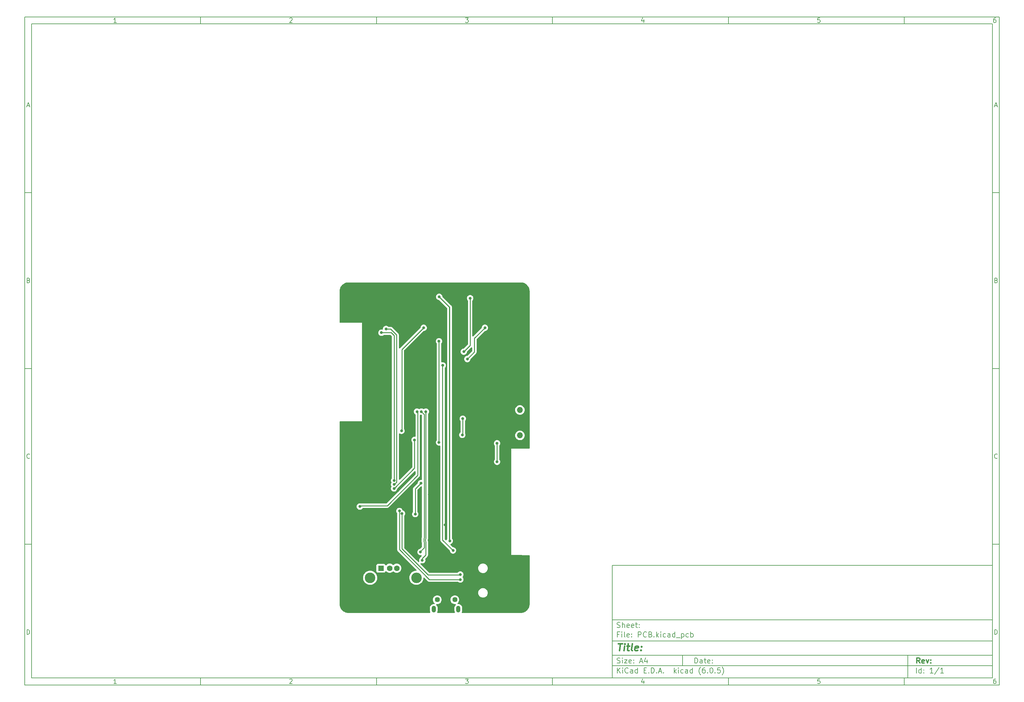
<source format=gbr>
G04 #@! TF.GenerationSoftware,KiCad,Pcbnew,(6.0.5)*
G04 #@! TF.CreationDate,2022-06-08T19:44:26-07:00*
G04 #@! TF.ProjectId,PCB,5043422e-6b69-4636-9164-5f7063625858,rev?*
G04 #@! TF.SameCoordinates,Original*
G04 #@! TF.FileFunction,Copper,L2,Bot*
G04 #@! TF.FilePolarity,Positive*
%FSLAX46Y46*%
G04 Gerber Fmt 4.6, Leading zero omitted, Abs format (unit mm)*
G04 Created by KiCad (PCBNEW (6.0.5)) date 2022-06-08 19:44:26*
%MOMM*%
%LPD*%
G01*
G04 APERTURE LIST*
%ADD10C,0.100000*%
%ADD11C,0.150000*%
%ADD12C,0.300000*%
%ADD13C,0.400000*%
G04 #@! TA.AperFunction,ComponentPad*
%ADD14R,1.700000X1.700000*%
G04 #@! TD*
G04 #@! TA.AperFunction,ComponentPad*
%ADD15O,1.700000X1.700000*%
G04 #@! TD*
G04 #@! TA.AperFunction,ComponentPad*
%ADD16R,1.600000X1.500000*%
G04 #@! TD*
G04 #@! TA.AperFunction,ComponentPad*
%ADD17C,1.600000*%
G04 #@! TD*
G04 #@! TA.AperFunction,ComponentPad*
%ADD18C,3.000000*%
G04 #@! TD*
G04 #@! TA.AperFunction,ComponentPad*
%ADD19O,1.200000X1.900000*%
G04 #@! TD*
G04 #@! TA.AperFunction,ComponentPad*
%ADD20C,1.450000*%
G04 #@! TD*
G04 #@! TA.AperFunction,ViaPad*
%ADD21C,0.800000*%
G04 #@! TD*
G04 #@! TA.AperFunction,ViaPad*
%ADD22C,4.500000*%
G04 #@! TD*
G04 #@! TA.AperFunction,Conductor*
%ADD23C,0.250000*%
G04 #@! TD*
G04 #@! TA.AperFunction,Conductor*
%ADD24C,0.350000*%
G04 #@! TD*
G04 APERTURE END LIST*
D10*
D11*
X177002200Y-166007200D02*
X177002200Y-198007200D01*
X285002200Y-198007200D01*
X285002200Y-166007200D01*
X177002200Y-166007200D01*
D10*
D11*
X10000000Y-10000000D02*
X10000000Y-200007200D01*
X287002200Y-200007200D01*
X287002200Y-10000000D01*
X10000000Y-10000000D01*
D10*
D11*
X12000000Y-12000000D02*
X12000000Y-198007200D01*
X285002200Y-198007200D01*
X285002200Y-12000000D01*
X12000000Y-12000000D01*
D10*
D11*
X60000000Y-12000000D02*
X60000000Y-10000000D01*
D10*
D11*
X110000000Y-12000000D02*
X110000000Y-10000000D01*
D10*
D11*
X160000000Y-12000000D02*
X160000000Y-10000000D01*
D10*
D11*
X210000000Y-12000000D02*
X210000000Y-10000000D01*
D10*
D11*
X260000000Y-12000000D02*
X260000000Y-10000000D01*
D10*
D11*
X36065476Y-11588095D02*
X35322619Y-11588095D01*
X35694047Y-11588095D02*
X35694047Y-10288095D01*
X35570238Y-10473809D01*
X35446428Y-10597619D01*
X35322619Y-10659523D01*
D10*
D11*
X85322619Y-10411904D02*
X85384523Y-10350000D01*
X85508333Y-10288095D01*
X85817857Y-10288095D01*
X85941666Y-10350000D01*
X86003571Y-10411904D01*
X86065476Y-10535714D01*
X86065476Y-10659523D01*
X86003571Y-10845238D01*
X85260714Y-11588095D01*
X86065476Y-11588095D01*
D10*
D11*
X135260714Y-10288095D02*
X136065476Y-10288095D01*
X135632142Y-10783333D01*
X135817857Y-10783333D01*
X135941666Y-10845238D01*
X136003571Y-10907142D01*
X136065476Y-11030952D01*
X136065476Y-11340476D01*
X136003571Y-11464285D01*
X135941666Y-11526190D01*
X135817857Y-11588095D01*
X135446428Y-11588095D01*
X135322619Y-11526190D01*
X135260714Y-11464285D01*
D10*
D11*
X185941666Y-10721428D02*
X185941666Y-11588095D01*
X185632142Y-10226190D02*
X185322619Y-11154761D01*
X186127380Y-11154761D01*
D10*
D11*
X236003571Y-10288095D02*
X235384523Y-10288095D01*
X235322619Y-10907142D01*
X235384523Y-10845238D01*
X235508333Y-10783333D01*
X235817857Y-10783333D01*
X235941666Y-10845238D01*
X236003571Y-10907142D01*
X236065476Y-11030952D01*
X236065476Y-11340476D01*
X236003571Y-11464285D01*
X235941666Y-11526190D01*
X235817857Y-11588095D01*
X235508333Y-11588095D01*
X235384523Y-11526190D01*
X235322619Y-11464285D01*
D10*
D11*
X285941666Y-10288095D02*
X285694047Y-10288095D01*
X285570238Y-10350000D01*
X285508333Y-10411904D01*
X285384523Y-10597619D01*
X285322619Y-10845238D01*
X285322619Y-11340476D01*
X285384523Y-11464285D01*
X285446428Y-11526190D01*
X285570238Y-11588095D01*
X285817857Y-11588095D01*
X285941666Y-11526190D01*
X286003571Y-11464285D01*
X286065476Y-11340476D01*
X286065476Y-11030952D01*
X286003571Y-10907142D01*
X285941666Y-10845238D01*
X285817857Y-10783333D01*
X285570238Y-10783333D01*
X285446428Y-10845238D01*
X285384523Y-10907142D01*
X285322619Y-11030952D01*
D10*
D11*
X60000000Y-198007200D02*
X60000000Y-200007200D01*
D10*
D11*
X110000000Y-198007200D02*
X110000000Y-200007200D01*
D10*
D11*
X160000000Y-198007200D02*
X160000000Y-200007200D01*
D10*
D11*
X210000000Y-198007200D02*
X210000000Y-200007200D01*
D10*
D11*
X260000000Y-198007200D02*
X260000000Y-200007200D01*
D10*
D11*
X36065476Y-199595295D02*
X35322619Y-199595295D01*
X35694047Y-199595295D02*
X35694047Y-198295295D01*
X35570238Y-198481009D01*
X35446428Y-198604819D01*
X35322619Y-198666723D01*
D10*
D11*
X85322619Y-198419104D02*
X85384523Y-198357200D01*
X85508333Y-198295295D01*
X85817857Y-198295295D01*
X85941666Y-198357200D01*
X86003571Y-198419104D01*
X86065476Y-198542914D01*
X86065476Y-198666723D01*
X86003571Y-198852438D01*
X85260714Y-199595295D01*
X86065476Y-199595295D01*
D10*
D11*
X135260714Y-198295295D02*
X136065476Y-198295295D01*
X135632142Y-198790533D01*
X135817857Y-198790533D01*
X135941666Y-198852438D01*
X136003571Y-198914342D01*
X136065476Y-199038152D01*
X136065476Y-199347676D01*
X136003571Y-199471485D01*
X135941666Y-199533390D01*
X135817857Y-199595295D01*
X135446428Y-199595295D01*
X135322619Y-199533390D01*
X135260714Y-199471485D01*
D10*
D11*
X185941666Y-198728628D02*
X185941666Y-199595295D01*
X185632142Y-198233390D02*
X185322619Y-199161961D01*
X186127380Y-199161961D01*
D10*
D11*
X236003571Y-198295295D02*
X235384523Y-198295295D01*
X235322619Y-198914342D01*
X235384523Y-198852438D01*
X235508333Y-198790533D01*
X235817857Y-198790533D01*
X235941666Y-198852438D01*
X236003571Y-198914342D01*
X236065476Y-199038152D01*
X236065476Y-199347676D01*
X236003571Y-199471485D01*
X235941666Y-199533390D01*
X235817857Y-199595295D01*
X235508333Y-199595295D01*
X235384523Y-199533390D01*
X235322619Y-199471485D01*
D10*
D11*
X285941666Y-198295295D02*
X285694047Y-198295295D01*
X285570238Y-198357200D01*
X285508333Y-198419104D01*
X285384523Y-198604819D01*
X285322619Y-198852438D01*
X285322619Y-199347676D01*
X285384523Y-199471485D01*
X285446428Y-199533390D01*
X285570238Y-199595295D01*
X285817857Y-199595295D01*
X285941666Y-199533390D01*
X286003571Y-199471485D01*
X286065476Y-199347676D01*
X286065476Y-199038152D01*
X286003571Y-198914342D01*
X285941666Y-198852438D01*
X285817857Y-198790533D01*
X285570238Y-198790533D01*
X285446428Y-198852438D01*
X285384523Y-198914342D01*
X285322619Y-199038152D01*
D10*
D11*
X10000000Y-60000000D02*
X12000000Y-60000000D01*
D10*
D11*
X10000000Y-110000000D02*
X12000000Y-110000000D01*
D10*
D11*
X10000000Y-160000000D02*
X12000000Y-160000000D01*
D10*
D11*
X10690476Y-35216666D02*
X11309523Y-35216666D01*
X10566666Y-35588095D02*
X11000000Y-34288095D01*
X11433333Y-35588095D01*
D10*
D11*
X11092857Y-84907142D02*
X11278571Y-84969047D01*
X11340476Y-85030952D01*
X11402380Y-85154761D01*
X11402380Y-85340476D01*
X11340476Y-85464285D01*
X11278571Y-85526190D01*
X11154761Y-85588095D01*
X10659523Y-85588095D01*
X10659523Y-84288095D01*
X11092857Y-84288095D01*
X11216666Y-84350000D01*
X11278571Y-84411904D01*
X11340476Y-84535714D01*
X11340476Y-84659523D01*
X11278571Y-84783333D01*
X11216666Y-84845238D01*
X11092857Y-84907142D01*
X10659523Y-84907142D01*
D10*
D11*
X11402380Y-135464285D02*
X11340476Y-135526190D01*
X11154761Y-135588095D01*
X11030952Y-135588095D01*
X10845238Y-135526190D01*
X10721428Y-135402380D01*
X10659523Y-135278571D01*
X10597619Y-135030952D01*
X10597619Y-134845238D01*
X10659523Y-134597619D01*
X10721428Y-134473809D01*
X10845238Y-134350000D01*
X11030952Y-134288095D01*
X11154761Y-134288095D01*
X11340476Y-134350000D01*
X11402380Y-134411904D01*
D10*
D11*
X10659523Y-185588095D02*
X10659523Y-184288095D01*
X10969047Y-184288095D01*
X11154761Y-184350000D01*
X11278571Y-184473809D01*
X11340476Y-184597619D01*
X11402380Y-184845238D01*
X11402380Y-185030952D01*
X11340476Y-185278571D01*
X11278571Y-185402380D01*
X11154761Y-185526190D01*
X10969047Y-185588095D01*
X10659523Y-185588095D01*
D10*
D11*
X287002200Y-60000000D02*
X285002200Y-60000000D01*
D10*
D11*
X287002200Y-110000000D02*
X285002200Y-110000000D01*
D10*
D11*
X287002200Y-160000000D02*
X285002200Y-160000000D01*
D10*
D11*
X285692676Y-35216666D02*
X286311723Y-35216666D01*
X285568866Y-35588095D02*
X286002200Y-34288095D01*
X286435533Y-35588095D01*
D10*
D11*
X286095057Y-84907142D02*
X286280771Y-84969047D01*
X286342676Y-85030952D01*
X286404580Y-85154761D01*
X286404580Y-85340476D01*
X286342676Y-85464285D01*
X286280771Y-85526190D01*
X286156961Y-85588095D01*
X285661723Y-85588095D01*
X285661723Y-84288095D01*
X286095057Y-84288095D01*
X286218866Y-84350000D01*
X286280771Y-84411904D01*
X286342676Y-84535714D01*
X286342676Y-84659523D01*
X286280771Y-84783333D01*
X286218866Y-84845238D01*
X286095057Y-84907142D01*
X285661723Y-84907142D01*
D10*
D11*
X286404580Y-135464285D02*
X286342676Y-135526190D01*
X286156961Y-135588095D01*
X286033152Y-135588095D01*
X285847438Y-135526190D01*
X285723628Y-135402380D01*
X285661723Y-135278571D01*
X285599819Y-135030952D01*
X285599819Y-134845238D01*
X285661723Y-134597619D01*
X285723628Y-134473809D01*
X285847438Y-134350000D01*
X286033152Y-134288095D01*
X286156961Y-134288095D01*
X286342676Y-134350000D01*
X286404580Y-134411904D01*
D10*
D11*
X285661723Y-185588095D02*
X285661723Y-184288095D01*
X285971247Y-184288095D01*
X286156961Y-184350000D01*
X286280771Y-184473809D01*
X286342676Y-184597619D01*
X286404580Y-184845238D01*
X286404580Y-185030952D01*
X286342676Y-185278571D01*
X286280771Y-185402380D01*
X286156961Y-185526190D01*
X285971247Y-185588095D01*
X285661723Y-185588095D01*
D10*
D11*
X200434342Y-193785771D02*
X200434342Y-192285771D01*
X200791485Y-192285771D01*
X201005771Y-192357200D01*
X201148628Y-192500057D01*
X201220057Y-192642914D01*
X201291485Y-192928628D01*
X201291485Y-193142914D01*
X201220057Y-193428628D01*
X201148628Y-193571485D01*
X201005771Y-193714342D01*
X200791485Y-193785771D01*
X200434342Y-193785771D01*
X202577200Y-193785771D02*
X202577200Y-193000057D01*
X202505771Y-192857200D01*
X202362914Y-192785771D01*
X202077200Y-192785771D01*
X201934342Y-192857200D01*
X202577200Y-193714342D02*
X202434342Y-193785771D01*
X202077200Y-193785771D01*
X201934342Y-193714342D01*
X201862914Y-193571485D01*
X201862914Y-193428628D01*
X201934342Y-193285771D01*
X202077200Y-193214342D01*
X202434342Y-193214342D01*
X202577200Y-193142914D01*
X203077200Y-192785771D02*
X203648628Y-192785771D01*
X203291485Y-192285771D02*
X203291485Y-193571485D01*
X203362914Y-193714342D01*
X203505771Y-193785771D01*
X203648628Y-193785771D01*
X204720057Y-193714342D02*
X204577200Y-193785771D01*
X204291485Y-193785771D01*
X204148628Y-193714342D01*
X204077200Y-193571485D01*
X204077200Y-193000057D01*
X204148628Y-192857200D01*
X204291485Y-192785771D01*
X204577200Y-192785771D01*
X204720057Y-192857200D01*
X204791485Y-193000057D01*
X204791485Y-193142914D01*
X204077200Y-193285771D01*
X205434342Y-193642914D02*
X205505771Y-193714342D01*
X205434342Y-193785771D01*
X205362914Y-193714342D01*
X205434342Y-193642914D01*
X205434342Y-193785771D01*
X205434342Y-192857200D02*
X205505771Y-192928628D01*
X205434342Y-193000057D01*
X205362914Y-192928628D01*
X205434342Y-192857200D01*
X205434342Y-193000057D01*
D10*
D11*
X177002200Y-194507200D02*
X285002200Y-194507200D01*
D10*
D11*
X178434342Y-196585771D02*
X178434342Y-195085771D01*
X179291485Y-196585771D02*
X178648628Y-195728628D01*
X179291485Y-195085771D02*
X178434342Y-195942914D01*
X179934342Y-196585771D02*
X179934342Y-195585771D01*
X179934342Y-195085771D02*
X179862914Y-195157200D01*
X179934342Y-195228628D01*
X180005771Y-195157200D01*
X179934342Y-195085771D01*
X179934342Y-195228628D01*
X181505771Y-196442914D02*
X181434342Y-196514342D01*
X181220057Y-196585771D01*
X181077200Y-196585771D01*
X180862914Y-196514342D01*
X180720057Y-196371485D01*
X180648628Y-196228628D01*
X180577200Y-195942914D01*
X180577200Y-195728628D01*
X180648628Y-195442914D01*
X180720057Y-195300057D01*
X180862914Y-195157200D01*
X181077200Y-195085771D01*
X181220057Y-195085771D01*
X181434342Y-195157200D01*
X181505771Y-195228628D01*
X182791485Y-196585771D02*
X182791485Y-195800057D01*
X182720057Y-195657200D01*
X182577200Y-195585771D01*
X182291485Y-195585771D01*
X182148628Y-195657200D01*
X182791485Y-196514342D02*
X182648628Y-196585771D01*
X182291485Y-196585771D01*
X182148628Y-196514342D01*
X182077200Y-196371485D01*
X182077200Y-196228628D01*
X182148628Y-196085771D01*
X182291485Y-196014342D01*
X182648628Y-196014342D01*
X182791485Y-195942914D01*
X184148628Y-196585771D02*
X184148628Y-195085771D01*
X184148628Y-196514342D02*
X184005771Y-196585771D01*
X183720057Y-196585771D01*
X183577200Y-196514342D01*
X183505771Y-196442914D01*
X183434342Y-196300057D01*
X183434342Y-195871485D01*
X183505771Y-195728628D01*
X183577200Y-195657200D01*
X183720057Y-195585771D01*
X184005771Y-195585771D01*
X184148628Y-195657200D01*
X186005771Y-195800057D02*
X186505771Y-195800057D01*
X186720057Y-196585771D02*
X186005771Y-196585771D01*
X186005771Y-195085771D01*
X186720057Y-195085771D01*
X187362914Y-196442914D02*
X187434342Y-196514342D01*
X187362914Y-196585771D01*
X187291485Y-196514342D01*
X187362914Y-196442914D01*
X187362914Y-196585771D01*
X188077200Y-196585771D02*
X188077200Y-195085771D01*
X188434342Y-195085771D01*
X188648628Y-195157200D01*
X188791485Y-195300057D01*
X188862914Y-195442914D01*
X188934342Y-195728628D01*
X188934342Y-195942914D01*
X188862914Y-196228628D01*
X188791485Y-196371485D01*
X188648628Y-196514342D01*
X188434342Y-196585771D01*
X188077200Y-196585771D01*
X189577200Y-196442914D02*
X189648628Y-196514342D01*
X189577200Y-196585771D01*
X189505771Y-196514342D01*
X189577200Y-196442914D01*
X189577200Y-196585771D01*
X190220057Y-196157200D02*
X190934342Y-196157200D01*
X190077200Y-196585771D02*
X190577200Y-195085771D01*
X191077200Y-196585771D01*
X191577200Y-196442914D02*
X191648628Y-196514342D01*
X191577200Y-196585771D01*
X191505771Y-196514342D01*
X191577200Y-196442914D01*
X191577200Y-196585771D01*
X194577200Y-196585771D02*
X194577200Y-195085771D01*
X194720057Y-196014342D02*
X195148628Y-196585771D01*
X195148628Y-195585771D02*
X194577200Y-196157200D01*
X195791485Y-196585771D02*
X195791485Y-195585771D01*
X195791485Y-195085771D02*
X195720057Y-195157200D01*
X195791485Y-195228628D01*
X195862914Y-195157200D01*
X195791485Y-195085771D01*
X195791485Y-195228628D01*
X197148628Y-196514342D02*
X197005771Y-196585771D01*
X196720057Y-196585771D01*
X196577200Y-196514342D01*
X196505771Y-196442914D01*
X196434342Y-196300057D01*
X196434342Y-195871485D01*
X196505771Y-195728628D01*
X196577200Y-195657200D01*
X196720057Y-195585771D01*
X197005771Y-195585771D01*
X197148628Y-195657200D01*
X198434342Y-196585771D02*
X198434342Y-195800057D01*
X198362914Y-195657200D01*
X198220057Y-195585771D01*
X197934342Y-195585771D01*
X197791485Y-195657200D01*
X198434342Y-196514342D02*
X198291485Y-196585771D01*
X197934342Y-196585771D01*
X197791485Y-196514342D01*
X197720057Y-196371485D01*
X197720057Y-196228628D01*
X197791485Y-196085771D01*
X197934342Y-196014342D01*
X198291485Y-196014342D01*
X198434342Y-195942914D01*
X199791485Y-196585771D02*
X199791485Y-195085771D01*
X199791485Y-196514342D02*
X199648628Y-196585771D01*
X199362914Y-196585771D01*
X199220057Y-196514342D01*
X199148628Y-196442914D01*
X199077200Y-196300057D01*
X199077200Y-195871485D01*
X199148628Y-195728628D01*
X199220057Y-195657200D01*
X199362914Y-195585771D01*
X199648628Y-195585771D01*
X199791485Y-195657200D01*
X202077200Y-197157200D02*
X202005771Y-197085771D01*
X201862914Y-196871485D01*
X201791485Y-196728628D01*
X201720057Y-196514342D01*
X201648628Y-196157200D01*
X201648628Y-195871485D01*
X201720057Y-195514342D01*
X201791485Y-195300057D01*
X201862914Y-195157200D01*
X202005771Y-194942914D01*
X202077200Y-194871485D01*
X203291485Y-195085771D02*
X203005771Y-195085771D01*
X202862914Y-195157200D01*
X202791485Y-195228628D01*
X202648628Y-195442914D01*
X202577200Y-195728628D01*
X202577200Y-196300057D01*
X202648628Y-196442914D01*
X202720057Y-196514342D01*
X202862914Y-196585771D01*
X203148628Y-196585771D01*
X203291485Y-196514342D01*
X203362914Y-196442914D01*
X203434342Y-196300057D01*
X203434342Y-195942914D01*
X203362914Y-195800057D01*
X203291485Y-195728628D01*
X203148628Y-195657200D01*
X202862914Y-195657200D01*
X202720057Y-195728628D01*
X202648628Y-195800057D01*
X202577200Y-195942914D01*
X204077200Y-196442914D02*
X204148628Y-196514342D01*
X204077200Y-196585771D01*
X204005771Y-196514342D01*
X204077200Y-196442914D01*
X204077200Y-196585771D01*
X205077200Y-195085771D02*
X205220057Y-195085771D01*
X205362914Y-195157200D01*
X205434342Y-195228628D01*
X205505771Y-195371485D01*
X205577200Y-195657200D01*
X205577200Y-196014342D01*
X205505771Y-196300057D01*
X205434342Y-196442914D01*
X205362914Y-196514342D01*
X205220057Y-196585771D01*
X205077200Y-196585771D01*
X204934342Y-196514342D01*
X204862914Y-196442914D01*
X204791485Y-196300057D01*
X204720057Y-196014342D01*
X204720057Y-195657200D01*
X204791485Y-195371485D01*
X204862914Y-195228628D01*
X204934342Y-195157200D01*
X205077200Y-195085771D01*
X206220057Y-196442914D02*
X206291485Y-196514342D01*
X206220057Y-196585771D01*
X206148628Y-196514342D01*
X206220057Y-196442914D01*
X206220057Y-196585771D01*
X207648628Y-195085771D02*
X206934342Y-195085771D01*
X206862914Y-195800057D01*
X206934342Y-195728628D01*
X207077200Y-195657200D01*
X207434342Y-195657200D01*
X207577200Y-195728628D01*
X207648628Y-195800057D01*
X207720057Y-195942914D01*
X207720057Y-196300057D01*
X207648628Y-196442914D01*
X207577200Y-196514342D01*
X207434342Y-196585771D01*
X207077200Y-196585771D01*
X206934342Y-196514342D01*
X206862914Y-196442914D01*
X208220057Y-197157200D02*
X208291485Y-197085771D01*
X208434342Y-196871485D01*
X208505771Y-196728628D01*
X208577200Y-196514342D01*
X208648628Y-196157200D01*
X208648628Y-195871485D01*
X208577200Y-195514342D01*
X208505771Y-195300057D01*
X208434342Y-195157200D01*
X208291485Y-194942914D01*
X208220057Y-194871485D01*
D10*
D11*
X177002200Y-191507200D02*
X285002200Y-191507200D01*
D10*
D12*
X264411485Y-193785771D02*
X263911485Y-193071485D01*
X263554342Y-193785771D02*
X263554342Y-192285771D01*
X264125771Y-192285771D01*
X264268628Y-192357200D01*
X264340057Y-192428628D01*
X264411485Y-192571485D01*
X264411485Y-192785771D01*
X264340057Y-192928628D01*
X264268628Y-193000057D01*
X264125771Y-193071485D01*
X263554342Y-193071485D01*
X265625771Y-193714342D02*
X265482914Y-193785771D01*
X265197200Y-193785771D01*
X265054342Y-193714342D01*
X264982914Y-193571485D01*
X264982914Y-193000057D01*
X265054342Y-192857200D01*
X265197200Y-192785771D01*
X265482914Y-192785771D01*
X265625771Y-192857200D01*
X265697200Y-193000057D01*
X265697200Y-193142914D01*
X264982914Y-193285771D01*
X266197200Y-192785771D02*
X266554342Y-193785771D01*
X266911485Y-192785771D01*
X267482914Y-193642914D02*
X267554342Y-193714342D01*
X267482914Y-193785771D01*
X267411485Y-193714342D01*
X267482914Y-193642914D01*
X267482914Y-193785771D01*
X267482914Y-192857200D02*
X267554342Y-192928628D01*
X267482914Y-193000057D01*
X267411485Y-192928628D01*
X267482914Y-192857200D01*
X267482914Y-193000057D01*
D10*
D11*
X178362914Y-193714342D02*
X178577200Y-193785771D01*
X178934342Y-193785771D01*
X179077200Y-193714342D01*
X179148628Y-193642914D01*
X179220057Y-193500057D01*
X179220057Y-193357200D01*
X179148628Y-193214342D01*
X179077200Y-193142914D01*
X178934342Y-193071485D01*
X178648628Y-193000057D01*
X178505771Y-192928628D01*
X178434342Y-192857200D01*
X178362914Y-192714342D01*
X178362914Y-192571485D01*
X178434342Y-192428628D01*
X178505771Y-192357200D01*
X178648628Y-192285771D01*
X179005771Y-192285771D01*
X179220057Y-192357200D01*
X179862914Y-193785771D02*
X179862914Y-192785771D01*
X179862914Y-192285771D02*
X179791485Y-192357200D01*
X179862914Y-192428628D01*
X179934342Y-192357200D01*
X179862914Y-192285771D01*
X179862914Y-192428628D01*
X180434342Y-192785771D02*
X181220057Y-192785771D01*
X180434342Y-193785771D01*
X181220057Y-193785771D01*
X182362914Y-193714342D02*
X182220057Y-193785771D01*
X181934342Y-193785771D01*
X181791485Y-193714342D01*
X181720057Y-193571485D01*
X181720057Y-193000057D01*
X181791485Y-192857200D01*
X181934342Y-192785771D01*
X182220057Y-192785771D01*
X182362914Y-192857200D01*
X182434342Y-193000057D01*
X182434342Y-193142914D01*
X181720057Y-193285771D01*
X183077200Y-193642914D02*
X183148628Y-193714342D01*
X183077200Y-193785771D01*
X183005771Y-193714342D01*
X183077200Y-193642914D01*
X183077200Y-193785771D01*
X183077200Y-192857200D02*
X183148628Y-192928628D01*
X183077200Y-193000057D01*
X183005771Y-192928628D01*
X183077200Y-192857200D01*
X183077200Y-193000057D01*
X184862914Y-193357200D02*
X185577200Y-193357200D01*
X184720057Y-193785771D02*
X185220057Y-192285771D01*
X185720057Y-193785771D01*
X186862914Y-192785771D02*
X186862914Y-193785771D01*
X186505771Y-192214342D02*
X186148628Y-193285771D01*
X187077200Y-193285771D01*
D10*
D11*
X263434342Y-196585771D02*
X263434342Y-195085771D01*
X264791485Y-196585771D02*
X264791485Y-195085771D01*
X264791485Y-196514342D02*
X264648628Y-196585771D01*
X264362914Y-196585771D01*
X264220057Y-196514342D01*
X264148628Y-196442914D01*
X264077200Y-196300057D01*
X264077200Y-195871485D01*
X264148628Y-195728628D01*
X264220057Y-195657200D01*
X264362914Y-195585771D01*
X264648628Y-195585771D01*
X264791485Y-195657200D01*
X265505771Y-196442914D02*
X265577200Y-196514342D01*
X265505771Y-196585771D01*
X265434342Y-196514342D01*
X265505771Y-196442914D01*
X265505771Y-196585771D01*
X265505771Y-195657200D02*
X265577200Y-195728628D01*
X265505771Y-195800057D01*
X265434342Y-195728628D01*
X265505771Y-195657200D01*
X265505771Y-195800057D01*
X268148628Y-196585771D02*
X267291485Y-196585771D01*
X267720057Y-196585771D02*
X267720057Y-195085771D01*
X267577200Y-195300057D01*
X267434342Y-195442914D01*
X267291485Y-195514342D01*
X269862914Y-195014342D02*
X268577200Y-196942914D01*
X271148628Y-196585771D02*
X270291485Y-196585771D01*
X270720057Y-196585771D02*
X270720057Y-195085771D01*
X270577200Y-195300057D01*
X270434342Y-195442914D01*
X270291485Y-195514342D01*
D10*
D11*
X177002200Y-187507200D02*
X285002200Y-187507200D01*
D10*
D13*
X178714580Y-188211961D02*
X179857438Y-188211961D01*
X179036009Y-190211961D02*
X179286009Y-188211961D01*
X180274104Y-190211961D02*
X180440771Y-188878628D01*
X180524104Y-188211961D02*
X180416961Y-188307200D01*
X180500295Y-188402438D01*
X180607438Y-188307200D01*
X180524104Y-188211961D01*
X180500295Y-188402438D01*
X181107438Y-188878628D02*
X181869342Y-188878628D01*
X181476485Y-188211961D02*
X181262200Y-189926247D01*
X181333628Y-190116723D01*
X181512200Y-190211961D01*
X181702676Y-190211961D01*
X182655057Y-190211961D02*
X182476485Y-190116723D01*
X182405057Y-189926247D01*
X182619342Y-188211961D01*
X184190771Y-190116723D02*
X183988390Y-190211961D01*
X183607438Y-190211961D01*
X183428866Y-190116723D01*
X183357438Y-189926247D01*
X183452676Y-189164342D01*
X183571723Y-188973866D01*
X183774104Y-188878628D01*
X184155057Y-188878628D01*
X184333628Y-188973866D01*
X184405057Y-189164342D01*
X184381247Y-189354819D01*
X183405057Y-189545295D01*
X185155057Y-190021485D02*
X185238390Y-190116723D01*
X185131247Y-190211961D01*
X185047914Y-190116723D01*
X185155057Y-190021485D01*
X185131247Y-190211961D01*
X185286009Y-188973866D02*
X185369342Y-189069104D01*
X185262200Y-189164342D01*
X185178866Y-189069104D01*
X185286009Y-188973866D01*
X185262200Y-189164342D01*
D10*
D11*
X178934342Y-185600057D02*
X178434342Y-185600057D01*
X178434342Y-186385771D02*
X178434342Y-184885771D01*
X179148628Y-184885771D01*
X179720057Y-186385771D02*
X179720057Y-185385771D01*
X179720057Y-184885771D02*
X179648628Y-184957200D01*
X179720057Y-185028628D01*
X179791485Y-184957200D01*
X179720057Y-184885771D01*
X179720057Y-185028628D01*
X180648628Y-186385771D02*
X180505771Y-186314342D01*
X180434342Y-186171485D01*
X180434342Y-184885771D01*
X181791485Y-186314342D02*
X181648628Y-186385771D01*
X181362914Y-186385771D01*
X181220057Y-186314342D01*
X181148628Y-186171485D01*
X181148628Y-185600057D01*
X181220057Y-185457200D01*
X181362914Y-185385771D01*
X181648628Y-185385771D01*
X181791485Y-185457200D01*
X181862914Y-185600057D01*
X181862914Y-185742914D01*
X181148628Y-185885771D01*
X182505771Y-186242914D02*
X182577200Y-186314342D01*
X182505771Y-186385771D01*
X182434342Y-186314342D01*
X182505771Y-186242914D01*
X182505771Y-186385771D01*
X182505771Y-185457200D02*
X182577200Y-185528628D01*
X182505771Y-185600057D01*
X182434342Y-185528628D01*
X182505771Y-185457200D01*
X182505771Y-185600057D01*
X184362914Y-186385771D02*
X184362914Y-184885771D01*
X184934342Y-184885771D01*
X185077200Y-184957200D01*
X185148628Y-185028628D01*
X185220057Y-185171485D01*
X185220057Y-185385771D01*
X185148628Y-185528628D01*
X185077200Y-185600057D01*
X184934342Y-185671485D01*
X184362914Y-185671485D01*
X186720057Y-186242914D02*
X186648628Y-186314342D01*
X186434342Y-186385771D01*
X186291485Y-186385771D01*
X186077200Y-186314342D01*
X185934342Y-186171485D01*
X185862914Y-186028628D01*
X185791485Y-185742914D01*
X185791485Y-185528628D01*
X185862914Y-185242914D01*
X185934342Y-185100057D01*
X186077200Y-184957200D01*
X186291485Y-184885771D01*
X186434342Y-184885771D01*
X186648628Y-184957200D01*
X186720057Y-185028628D01*
X187862914Y-185600057D02*
X188077200Y-185671485D01*
X188148628Y-185742914D01*
X188220057Y-185885771D01*
X188220057Y-186100057D01*
X188148628Y-186242914D01*
X188077200Y-186314342D01*
X187934342Y-186385771D01*
X187362914Y-186385771D01*
X187362914Y-184885771D01*
X187862914Y-184885771D01*
X188005771Y-184957200D01*
X188077200Y-185028628D01*
X188148628Y-185171485D01*
X188148628Y-185314342D01*
X188077200Y-185457200D01*
X188005771Y-185528628D01*
X187862914Y-185600057D01*
X187362914Y-185600057D01*
X188862914Y-186242914D02*
X188934342Y-186314342D01*
X188862914Y-186385771D01*
X188791485Y-186314342D01*
X188862914Y-186242914D01*
X188862914Y-186385771D01*
X189577200Y-186385771D02*
X189577200Y-184885771D01*
X189720057Y-185814342D02*
X190148628Y-186385771D01*
X190148628Y-185385771D02*
X189577200Y-185957200D01*
X190791485Y-186385771D02*
X190791485Y-185385771D01*
X190791485Y-184885771D02*
X190720057Y-184957200D01*
X190791485Y-185028628D01*
X190862914Y-184957200D01*
X190791485Y-184885771D01*
X190791485Y-185028628D01*
X192148628Y-186314342D02*
X192005771Y-186385771D01*
X191720057Y-186385771D01*
X191577200Y-186314342D01*
X191505771Y-186242914D01*
X191434342Y-186100057D01*
X191434342Y-185671485D01*
X191505771Y-185528628D01*
X191577200Y-185457200D01*
X191720057Y-185385771D01*
X192005771Y-185385771D01*
X192148628Y-185457200D01*
X193434342Y-186385771D02*
X193434342Y-185600057D01*
X193362914Y-185457200D01*
X193220057Y-185385771D01*
X192934342Y-185385771D01*
X192791485Y-185457200D01*
X193434342Y-186314342D02*
X193291485Y-186385771D01*
X192934342Y-186385771D01*
X192791485Y-186314342D01*
X192720057Y-186171485D01*
X192720057Y-186028628D01*
X192791485Y-185885771D01*
X192934342Y-185814342D01*
X193291485Y-185814342D01*
X193434342Y-185742914D01*
X194791485Y-186385771D02*
X194791485Y-184885771D01*
X194791485Y-186314342D02*
X194648628Y-186385771D01*
X194362914Y-186385771D01*
X194220057Y-186314342D01*
X194148628Y-186242914D01*
X194077200Y-186100057D01*
X194077200Y-185671485D01*
X194148628Y-185528628D01*
X194220057Y-185457200D01*
X194362914Y-185385771D01*
X194648628Y-185385771D01*
X194791485Y-185457200D01*
X195148628Y-186528628D02*
X196291485Y-186528628D01*
X196648628Y-185385771D02*
X196648628Y-186885771D01*
X196648628Y-185457200D02*
X196791485Y-185385771D01*
X197077200Y-185385771D01*
X197220057Y-185457200D01*
X197291485Y-185528628D01*
X197362914Y-185671485D01*
X197362914Y-186100057D01*
X197291485Y-186242914D01*
X197220057Y-186314342D01*
X197077200Y-186385771D01*
X196791485Y-186385771D01*
X196648628Y-186314342D01*
X198648628Y-186314342D02*
X198505771Y-186385771D01*
X198220057Y-186385771D01*
X198077200Y-186314342D01*
X198005771Y-186242914D01*
X197934342Y-186100057D01*
X197934342Y-185671485D01*
X198005771Y-185528628D01*
X198077200Y-185457200D01*
X198220057Y-185385771D01*
X198505771Y-185385771D01*
X198648628Y-185457200D01*
X199291485Y-186385771D02*
X199291485Y-184885771D01*
X199291485Y-185457200D02*
X199434342Y-185385771D01*
X199720057Y-185385771D01*
X199862914Y-185457200D01*
X199934342Y-185528628D01*
X200005771Y-185671485D01*
X200005771Y-186100057D01*
X199934342Y-186242914D01*
X199862914Y-186314342D01*
X199720057Y-186385771D01*
X199434342Y-186385771D01*
X199291485Y-186314342D01*
D10*
D11*
X177002200Y-181507200D02*
X285002200Y-181507200D01*
D10*
D11*
X178362914Y-183614342D02*
X178577200Y-183685771D01*
X178934342Y-183685771D01*
X179077200Y-183614342D01*
X179148628Y-183542914D01*
X179220057Y-183400057D01*
X179220057Y-183257200D01*
X179148628Y-183114342D01*
X179077200Y-183042914D01*
X178934342Y-182971485D01*
X178648628Y-182900057D01*
X178505771Y-182828628D01*
X178434342Y-182757200D01*
X178362914Y-182614342D01*
X178362914Y-182471485D01*
X178434342Y-182328628D01*
X178505771Y-182257200D01*
X178648628Y-182185771D01*
X179005771Y-182185771D01*
X179220057Y-182257200D01*
X179862914Y-183685771D02*
X179862914Y-182185771D01*
X180505771Y-183685771D02*
X180505771Y-182900057D01*
X180434342Y-182757200D01*
X180291485Y-182685771D01*
X180077200Y-182685771D01*
X179934342Y-182757200D01*
X179862914Y-182828628D01*
X181791485Y-183614342D02*
X181648628Y-183685771D01*
X181362914Y-183685771D01*
X181220057Y-183614342D01*
X181148628Y-183471485D01*
X181148628Y-182900057D01*
X181220057Y-182757200D01*
X181362914Y-182685771D01*
X181648628Y-182685771D01*
X181791485Y-182757200D01*
X181862914Y-182900057D01*
X181862914Y-183042914D01*
X181148628Y-183185771D01*
X183077200Y-183614342D02*
X182934342Y-183685771D01*
X182648628Y-183685771D01*
X182505771Y-183614342D01*
X182434342Y-183471485D01*
X182434342Y-182900057D01*
X182505771Y-182757200D01*
X182648628Y-182685771D01*
X182934342Y-182685771D01*
X183077200Y-182757200D01*
X183148628Y-182900057D01*
X183148628Y-183042914D01*
X182434342Y-183185771D01*
X183577200Y-182685771D02*
X184148628Y-182685771D01*
X183791485Y-182185771D02*
X183791485Y-183471485D01*
X183862914Y-183614342D01*
X184005771Y-183685771D01*
X184148628Y-183685771D01*
X184648628Y-183542914D02*
X184720057Y-183614342D01*
X184648628Y-183685771D01*
X184577200Y-183614342D01*
X184648628Y-183542914D01*
X184648628Y-183685771D01*
X184648628Y-182757200D02*
X184720057Y-182828628D01*
X184648628Y-182900057D01*
X184577200Y-182828628D01*
X184648628Y-182757200D01*
X184648628Y-182900057D01*
D10*
D12*
D10*
D11*
D10*
D11*
D10*
D11*
D10*
D11*
D10*
D11*
X197002200Y-191507200D02*
X197002200Y-194507200D01*
D10*
D11*
X261002200Y-191507200D02*
X261002200Y-198007200D01*
D14*
G04 #@! TO.P,SW4,1,1*
G04 #@! TO.N,Earth*
X150750000Y-119225000D03*
D15*
G04 #@! TO.P,SW4,2,2*
G04 #@! TO.N,CHIP_PU*
X150750000Y-121765000D03*
G04 #@! TD*
D16*
G04 #@! TO.P,J1,1,VBUS*
G04 #@! TO.N,S4_VBUS*
X111250000Y-166790000D03*
D17*
G04 #@! TO.P,J1,2,D-*
G04 #@! TO.N,ESD_S4_DN*
X113750000Y-166790000D03*
G04 #@! TO.P,J1,3,D+*
G04 #@! TO.N,ESD_S4_DP*
X115750000Y-166790000D03*
G04 #@! TO.P,J1,4,GND*
G04 #@! TO.N,Earth*
X118250000Y-166790000D03*
D18*
G04 #@! TO.P,J1,5,Shield*
G04 #@! TO.N,unconnected-(J1-Pad5)*
X121320000Y-169500000D03*
X108180000Y-169500000D03*
G04 #@! TD*
D19*
G04 #@! TO.P,J3,6,Shield*
G04 #@! TO.N,unconnected-(J3-Pad6)*
X126250000Y-178447500D03*
X133250000Y-178447500D03*
D20*
X127250000Y-175747500D03*
X132250000Y-175747500D03*
G04 #@! TD*
D14*
G04 #@! TO.P,SW2,1,1*
G04 #@! TO.N,Earth*
X150750000Y-126475000D03*
D15*
G04 #@! TO.P,SW2,2,2*
G04 #@! TO.N,Net-(C5-Pad1)*
X150750000Y-129015000D03*
G04 #@! TD*
D21*
G04 #@! TO.N,Net-(Q1-Pad2)*
X136600000Y-90000000D03*
X134800000Y-105200000D03*
G04 #@! TO.N,CHIP_PU*
X123400000Y-98400000D03*
X140800000Y-98400000D03*
X135800000Y-107300000D03*
X117100000Y-127700000D03*
G04 #@! TO.N,VBUS*
X130800000Y-159000000D03*
X127800000Y-89600000D03*
G04 #@! TO.N,Net-(R10-Pad2)*
X121000000Y-151400000D03*
X122600000Y-142600000D03*
G04 #@! TO.N,Earth*
X139000000Y-109200000D03*
X148750000Y-170750000D03*
D22*
X150750000Y-176750000D03*
D21*
X121925000Y-92925000D03*
X115000000Y-156750000D03*
X131200000Y-173000000D03*
X116000000Y-144750000D03*
X140400000Y-115600000D03*
X125000000Y-145800000D03*
D22*
X102250000Y-176750000D03*
D21*
X103000000Y-159000000D03*
X145300000Y-159000000D03*
X133200000Y-115600000D03*
X142500000Y-136500000D03*
X129500000Y-154500000D03*
X112200000Y-131100000D03*
X107100000Y-122300000D03*
X105900000Y-139100000D03*
X111500000Y-124000000D03*
D22*
X150750000Y-88250000D03*
X102250000Y-88250000D03*
D21*
G04 #@! TO.N,BOOT*
X127750000Y-131000000D03*
X127750000Y-102250000D03*
G04 #@! TO.N,ESD_DP*
X116500000Y-150500000D03*
X133800000Y-170000000D03*
G04 #@! TO.N,ESD_DN*
X133800000Y-168558500D03*
X117250000Y-151250000D03*
G04 #@! TO.N,ESD_S4_DP*
X123000000Y-164500000D03*
X124000000Y-122250000D03*
G04 #@! TO.N,ESD_S4_DN*
X122500000Y-162174992D03*
X122750000Y-122250000D03*
G04 #@! TO.N,U0_RXD*
X115000000Y-142970469D03*
X112700000Y-98750000D03*
G04 #@! TO.N,U0_TXD*
X111400000Y-99800000D03*
X115000000Y-141840938D03*
G04 #@! TO.N,ANT_RX*
X144250000Y-136500000D03*
X144250000Y-131250000D03*
G04 #@! TO.N,ANT_RTS*
X134371500Y-128871500D03*
X134500000Y-124250000D03*
G04 #@! TO.N,Net-(R3-Pad2)*
X121500000Y-122250000D03*
X105250000Y-149250000D03*
G04 #@! TO.N,Net-(R6-Pad2)*
X128800000Y-109100000D03*
X131750000Y-161750000D03*
G04 #@! TO.N,Net-(Q2-Pad2)*
X120800000Y-130300000D03*
X115000000Y-144100000D03*
G04 #@! TD*
D23*
G04 #@! TO.N,Net-(Q1-Pad2)*
X134800000Y-105200000D02*
X136600000Y-103400000D01*
X136600000Y-103400000D02*
X136600000Y-90000000D01*
G04 #@! TO.N,CHIP_PU*
X135800000Y-107300000D02*
X137800000Y-105300000D01*
X117100000Y-127700000D02*
X117200000Y-127600000D01*
X137800000Y-105300000D02*
X137800000Y-101400000D01*
X117200000Y-127600000D02*
X117200000Y-104550000D01*
X137800000Y-101400000D02*
X140800000Y-98400000D01*
X117200000Y-104550000D02*
X123350000Y-98400000D01*
X123350000Y-98400000D02*
X123400000Y-98400000D01*
D24*
G04 #@! TO.N,VBUS*
X130762989Y-92562989D02*
X127800000Y-89600000D01*
X130800000Y-159000000D02*
X130762989Y-158962989D01*
X130762989Y-158962989D02*
X130762989Y-92562989D01*
D23*
G04 #@! TO.N,Net-(R10-Pad2)*
X121000000Y-144200000D02*
X121000000Y-151400000D01*
X122600000Y-142600000D02*
X121000000Y-144200000D01*
G04 #@! TO.N,BOOT*
X127750000Y-131000000D02*
X127750000Y-102250000D01*
G04 #@! TO.N,ESD_DP*
X125000000Y-170000000D02*
X116500000Y-161500000D01*
X116500000Y-161500000D02*
X116500000Y-150500000D01*
X133800000Y-170000000D02*
X125000000Y-170000000D01*
G04 #@! TO.N,ESD_DN*
X133683500Y-168675000D02*
X124675000Y-168675000D01*
X133800000Y-168558500D02*
X133683500Y-168675000D01*
X117250000Y-161250000D02*
X117250000Y-151250000D01*
X124675000Y-168675000D02*
X117250000Y-161250000D01*
G04 #@! TO.N,ESD_S4_DP*
X123894239Y-159081353D02*
X123894239Y-158481147D01*
X123894239Y-158481147D02*
X124000000Y-158375386D01*
X124000000Y-159187114D02*
X123894239Y-159081353D01*
X123000000Y-164018036D02*
X124000000Y-163018036D01*
X123000000Y-164500000D02*
X123000000Y-164018036D01*
X124000000Y-158375386D02*
X124000000Y-122250000D01*
X124000000Y-163018036D02*
X124000000Y-159187114D01*
G04 #@! TO.N,ESD_S4_DN*
X123550480Y-158189189D02*
X123550480Y-123050480D01*
X123444719Y-159267550D02*
X123444719Y-158294950D01*
X123444719Y-158294950D02*
X123550480Y-158189189D01*
X123550480Y-123050480D02*
X122750000Y-122250000D01*
X123550480Y-159373312D02*
X123444719Y-159267550D01*
X122500000Y-162000000D02*
X123550480Y-160949520D01*
X123550480Y-160949520D02*
X123550480Y-159373312D01*
X122500000Y-162174992D02*
X122500000Y-162000000D01*
G04 #@! TO.N,U0_RXD*
X115724511Y-142275489D02*
X115000000Y-143000000D01*
X115724511Y-100474511D02*
X115724511Y-142275489D01*
X114000000Y-98750000D02*
X115724511Y-100474511D01*
X112700000Y-98750000D02*
X114000000Y-98750000D01*
G04 #@! TO.N,U0_TXD*
X115000000Y-141787033D02*
X114946095Y-141840938D01*
X115000000Y-100600000D02*
X115000000Y-141787033D01*
X114200000Y-99800000D02*
X115000000Y-100600000D01*
X111400000Y-99800000D02*
X114200000Y-99800000D01*
G04 #@! TO.N,ANT_RX*
X144250000Y-131500000D02*
X144250000Y-136500000D01*
G04 #@! TO.N,ANT_RTS*
X134500000Y-128743000D02*
X134371500Y-128871500D01*
X134500000Y-124250000D02*
X134500000Y-128743000D01*
G04 #@! TO.N,Net-(R3-Pad2)*
X121700000Y-140337114D02*
X121700000Y-122450000D01*
X105250000Y-149250000D02*
X105500000Y-149000000D01*
X105500000Y-149000000D02*
X113037114Y-149000000D01*
X113037114Y-149000000D02*
X121700000Y-140337114D01*
X121700000Y-122450000D02*
X121500000Y-122250000D01*
G04 #@! TO.N,Net-(R6-Pad2)*
X128750000Y-109150000D02*
X128800000Y-109100000D01*
X128750000Y-158750000D02*
X128750000Y-109150000D01*
X131750000Y-161750000D02*
X128750000Y-158750000D01*
G04 #@! TO.N,Net-(Q2-Pad2)*
X120800000Y-130300000D02*
X120800480Y-130300480D01*
X120800480Y-130300480D02*
X120800480Y-138299520D01*
X120800480Y-138299520D02*
X115000000Y-144100000D01*
G04 #@! TD*
G04 #@! TA.AperFunction,Conductor*
G04 #@! TO.N,Earth*
G36*
X150974310Y-85502571D02*
G01*
X150993823Y-85505609D01*
X151006116Y-85504001D01*
X151006335Y-85504004D01*
X151039074Y-85502863D01*
X151199702Y-85512579D01*
X151290779Y-85518089D01*
X151311636Y-85520622D01*
X151467166Y-85549124D01*
X151587825Y-85571235D01*
X151608217Y-85576262D01*
X151876281Y-85659794D01*
X151895927Y-85667244D01*
X152151980Y-85782484D01*
X152170585Y-85792249D01*
X152410872Y-85937508D01*
X152428164Y-85949444D01*
X152649186Y-86122603D01*
X152664914Y-86136536D01*
X152863464Y-86335086D01*
X152877397Y-86350814D01*
X153050556Y-86571836D01*
X153062492Y-86589128D01*
X153207751Y-86829415D01*
X153217516Y-86848020D01*
X153332756Y-87104073D01*
X153340206Y-87123719D01*
X153423737Y-87391778D01*
X153428766Y-87412180D01*
X153479378Y-87688363D01*
X153481911Y-87709221D01*
X153496668Y-87953190D01*
X153495916Y-87969174D01*
X153496449Y-87969180D01*
X153496298Y-87981576D01*
X153494391Y-87993823D01*
X153495998Y-88006112D01*
X153495998Y-88006114D01*
X153498031Y-88021659D01*
X153499500Y-88044220D01*
X153499500Y-132580590D01*
X153479569Y-132661452D01*
X153424343Y-132723789D01*
X153346473Y-132753321D01*
X153325351Y-132754590D01*
X149160106Y-132750823D01*
X148271126Y-132750019D01*
X148250000Y-132750000D01*
X148250000Y-163050000D01*
X149352310Y-163051011D01*
X153325660Y-163054654D01*
X153406503Y-163074659D01*
X153468790Y-163129942D01*
X153498251Y-163207839D01*
X153499500Y-163228654D01*
X153499500Y-176947542D01*
X153497429Y-176974310D01*
X153494391Y-176993823D01*
X153495999Y-177006116D01*
X153495996Y-177006335D01*
X153497137Y-177039074D01*
X153491084Y-177139140D01*
X153481911Y-177290779D01*
X153479378Y-177311636D01*
X153473881Y-177341633D01*
X153429872Y-177581786D01*
X153428766Y-177587820D01*
X153423738Y-177608217D01*
X153369112Y-177783519D01*
X153340206Y-177876281D01*
X153332756Y-177895927D01*
X153263787Y-178049171D01*
X153217516Y-178151980D01*
X153207751Y-178170585D01*
X153062492Y-178410872D01*
X153050556Y-178428164D01*
X152877397Y-178649186D01*
X152863464Y-178664914D01*
X152664914Y-178863464D01*
X152649186Y-178877397D01*
X152428164Y-179050556D01*
X152410872Y-179062492D01*
X152170585Y-179207751D01*
X152151980Y-179217516D01*
X151895927Y-179332756D01*
X151876282Y-179340206D01*
X151608217Y-179423738D01*
X151587825Y-179428765D01*
X151421072Y-179459323D01*
X151311637Y-179479378D01*
X151290779Y-179481911D01*
X151046810Y-179496668D01*
X151030826Y-179495916D01*
X151030820Y-179496449D01*
X151018424Y-179496298D01*
X151006177Y-179494391D01*
X150993888Y-179495998D01*
X150993886Y-179495998D01*
X150978341Y-179498031D01*
X150955780Y-179499500D01*
X134411328Y-179499500D01*
X134330466Y-179479569D01*
X134268129Y-179424343D01*
X134238597Y-179346473D01*
X134249941Y-179260459D01*
X134306887Y-179119159D01*
X134306888Y-179119156D01*
X134309981Y-179111481D01*
X134350230Y-178905378D01*
X134350500Y-178899857D01*
X134350500Y-178045031D01*
X134335561Y-177888454D01*
X134276447Y-177686951D01*
X134180295Y-177500261D01*
X134116694Y-177419293D01*
X134055692Y-177341633D01*
X134055688Y-177341628D01*
X134050576Y-177335121D01*
X133891971Y-177197490D01*
X133884811Y-177193348D01*
X133884807Y-177193345D01*
X133717370Y-177096481D01*
X133717367Y-177096480D01*
X133710201Y-177092334D01*
X133594696Y-177052224D01*
X133519651Y-177026164D01*
X133519648Y-177026163D01*
X133511826Y-177023447D01*
X133392739Y-177006180D01*
X133312201Y-176994502D01*
X133312196Y-176994502D01*
X133304004Y-176993314D01*
X133155796Y-177000174D01*
X133074101Y-176984003D01*
X133009277Y-176931719D01*
X132976176Y-176855298D01*
X132982381Y-176772247D01*
X133026471Y-176701593D01*
X133034968Y-176693918D01*
X133040745Y-176689873D01*
X133192373Y-176538245D01*
X133248585Y-176457965D01*
X133311007Y-176368819D01*
X133311010Y-176368814D01*
X133315368Y-176362590D01*
X133405992Y-176168247D01*
X133461492Y-175961119D01*
X133462153Y-175953564D01*
X133462154Y-175953558D01*
X133479519Y-175755067D01*
X133480181Y-175747500D01*
X133479519Y-175739933D01*
X133462154Y-175541442D01*
X133462153Y-175541436D01*
X133461492Y-175533881D01*
X133405992Y-175326753D01*
X133315368Y-175132410D01*
X133311010Y-175126186D01*
X133311007Y-175126181D01*
X133206721Y-174977246D01*
X133192373Y-174956755D01*
X133040745Y-174805127D01*
X132865091Y-174682132D01*
X132858212Y-174678924D01*
X132858208Y-174678922D01*
X132790006Y-174647119D01*
X132670747Y-174591508D01*
X132463619Y-174536008D01*
X132456064Y-174535347D01*
X132456058Y-174535346D01*
X132257567Y-174517981D01*
X132250000Y-174517319D01*
X132242433Y-174517981D01*
X132043942Y-174535346D01*
X132043936Y-174535347D01*
X132036381Y-174536008D01*
X131829253Y-174591508D01*
X131822361Y-174594722D01*
X131646407Y-174676771D01*
X131634910Y-174682132D01*
X131628686Y-174686490D01*
X131628681Y-174686493D01*
X131539535Y-174748915D01*
X131459255Y-174805127D01*
X131307627Y-174956755D01*
X131293279Y-174977246D01*
X131188993Y-175126181D01*
X131188990Y-175126186D01*
X131184632Y-175132410D01*
X131094008Y-175326753D01*
X131038508Y-175533881D01*
X131037847Y-175541436D01*
X131037846Y-175541442D01*
X131020481Y-175739933D01*
X131019819Y-175747500D01*
X131020481Y-175755067D01*
X131037846Y-175953558D01*
X131037847Y-175953564D01*
X131038508Y-175961119D01*
X131094008Y-176168247D01*
X131184632Y-176362590D01*
X131188990Y-176368814D01*
X131188993Y-176368819D01*
X131251415Y-176457965D01*
X131307627Y-176538245D01*
X131459255Y-176689873D01*
X131465479Y-176694231D01*
X131465480Y-176694232D01*
X131628685Y-176808510D01*
X131634909Y-176812868D01*
X131641788Y-176816076D01*
X131641792Y-176816078D01*
X131694003Y-176840424D01*
X131829253Y-176903492D01*
X132036381Y-176958992D01*
X132043936Y-176959653D01*
X132043942Y-176959654D01*
X132242433Y-176977019D01*
X132250000Y-176977681D01*
X132257567Y-176977019D01*
X132388410Y-176965572D01*
X132470701Y-176978380D01*
X132537615Y-177027963D01*
X132573821Y-177102962D01*
X132571026Y-177186197D01*
X132529870Y-177258599D01*
X132528010Y-177260375D01*
X132527640Y-177260637D01*
X132382425Y-177412331D01*
X132268515Y-177588746D01*
X132190019Y-177783519D01*
X132149770Y-177989622D01*
X132149500Y-177995143D01*
X132149500Y-178849969D01*
X132164439Y-179006546D01*
X132223553Y-179208049D01*
X132227344Y-179215409D01*
X132243011Y-179245828D01*
X132262318Y-179326841D01*
X132241764Y-179407547D01*
X132186059Y-179469457D01*
X132107964Y-179498388D01*
X132088323Y-179499500D01*
X127411328Y-179499500D01*
X127330466Y-179479569D01*
X127268129Y-179424343D01*
X127238597Y-179346473D01*
X127249941Y-179260459D01*
X127306887Y-179119159D01*
X127306888Y-179119156D01*
X127309981Y-179111481D01*
X127350230Y-178905378D01*
X127350500Y-178899857D01*
X127350500Y-178045031D01*
X127335561Y-177888454D01*
X127276447Y-177686951D01*
X127180295Y-177500261D01*
X127116694Y-177419293D01*
X127055692Y-177341633D01*
X127055688Y-177341628D01*
X127050576Y-177335121D01*
X126975184Y-177269699D01*
X126927173Y-177201649D01*
X126916286Y-177119082D01*
X126945017Y-177040912D01*
X127006784Y-176985049D01*
X127087437Y-176964289D01*
X127104389Y-176964942D01*
X127242433Y-176977019D01*
X127250000Y-176977681D01*
X127257567Y-176977019D01*
X127456058Y-176959654D01*
X127456064Y-176959653D01*
X127463619Y-176958992D01*
X127670747Y-176903492D01*
X127805997Y-176840424D01*
X127858208Y-176816078D01*
X127858212Y-176816076D01*
X127865091Y-176812868D01*
X127871315Y-176808510D01*
X128034520Y-176694232D01*
X128034521Y-176694231D01*
X128040745Y-176689873D01*
X128192373Y-176538245D01*
X128248585Y-176457965D01*
X128311007Y-176368819D01*
X128311010Y-176368814D01*
X128315368Y-176362590D01*
X128405992Y-176168247D01*
X128461492Y-175961119D01*
X128462153Y-175953564D01*
X128462154Y-175953558D01*
X128479519Y-175755067D01*
X128480181Y-175747500D01*
X128479519Y-175739933D01*
X128462154Y-175541442D01*
X128462153Y-175541436D01*
X128461492Y-175533881D01*
X128405992Y-175326753D01*
X128315368Y-175132410D01*
X128311010Y-175126186D01*
X128311007Y-175126181D01*
X128206721Y-174977246D01*
X128192373Y-174956755D01*
X128040745Y-174805127D01*
X127865091Y-174682132D01*
X127858212Y-174678924D01*
X127858208Y-174678922D01*
X127790006Y-174647119D01*
X127670747Y-174591508D01*
X127463619Y-174536008D01*
X127456064Y-174535347D01*
X127456058Y-174535346D01*
X127257567Y-174517981D01*
X127250000Y-174517319D01*
X127242433Y-174517981D01*
X127043942Y-174535346D01*
X127043936Y-174535347D01*
X127036381Y-174536008D01*
X126829253Y-174591508D01*
X126822361Y-174594722D01*
X126646407Y-174676771D01*
X126634910Y-174682132D01*
X126628686Y-174686490D01*
X126628681Y-174686493D01*
X126539535Y-174748915D01*
X126459255Y-174805127D01*
X126307627Y-174956755D01*
X126293279Y-174977246D01*
X126188993Y-175126181D01*
X126188990Y-175126186D01*
X126184632Y-175132410D01*
X126094008Y-175326753D01*
X126038508Y-175533881D01*
X126037847Y-175541436D01*
X126037846Y-175541442D01*
X126020481Y-175739933D01*
X126019819Y-175747500D01*
X126020481Y-175755067D01*
X126037846Y-175953558D01*
X126037847Y-175953564D01*
X126038508Y-175961119D01*
X126094008Y-176168247D01*
X126184632Y-176362590D01*
X126188990Y-176368814D01*
X126188993Y-176368819D01*
X126251415Y-176457965D01*
X126307627Y-176538245D01*
X126459255Y-176689873D01*
X126462245Y-176691966D01*
X126510529Y-176758049D01*
X126522785Y-176840424D01*
X126495356Y-176919059D01*
X126434525Y-176975940D01*
X126354228Y-176998036D01*
X126324586Y-176996298D01*
X126317325Y-176995245D01*
X126304004Y-176993314D01*
X126212792Y-176997536D01*
X126102504Y-177002640D01*
X126102502Y-177002640D01*
X126094233Y-177003023D01*
X126055516Y-177012354D01*
X125898138Y-177050282D01*
X125898133Y-177050284D01*
X125890082Y-177052224D01*
X125882535Y-177055655D01*
X125882536Y-177055655D01*
X125743035Y-177119082D01*
X125698919Y-177139140D01*
X125692161Y-177143934D01*
X125692159Y-177143935D01*
X125609013Y-177202915D01*
X125527640Y-177260637D01*
X125521913Y-177266620D01*
X125521909Y-177266623D01*
X125478819Y-177311636D01*
X125382425Y-177412331D01*
X125268515Y-177588746D01*
X125190019Y-177783519D01*
X125149770Y-177989622D01*
X125149500Y-177995143D01*
X125149500Y-178849969D01*
X125164439Y-179006546D01*
X125223553Y-179208049D01*
X125227344Y-179215409D01*
X125243011Y-179245828D01*
X125262318Y-179326841D01*
X125241764Y-179407547D01*
X125186059Y-179469457D01*
X125107964Y-179498388D01*
X125088323Y-179499500D01*
X102052458Y-179499500D01*
X102025689Y-179497429D01*
X102006177Y-179494391D01*
X101993884Y-179495999D01*
X101993665Y-179495996D01*
X101960926Y-179497137D01*
X101800298Y-179487421D01*
X101709221Y-179481911D01*
X101688364Y-179479378D01*
X101532834Y-179450876D01*
X101412175Y-179428765D01*
X101391783Y-179423738D01*
X101123718Y-179340206D01*
X101104073Y-179332756D01*
X100848020Y-179217516D01*
X100829415Y-179207751D01*
X100589128Y-179062492D01*
X100571836Y-179050556D01*
X100350814Y-178877397D01*
X100335086Y-178863464D01*
X100136536Y-178664914D01*
X100122603Y-178649186D01*
X99949444Y-178428164D01*
X99937508Y-178410872D01*
X99792249Y-178170585D01*
X99782484Y-178151980D01*
X99736214Y-178049171D01*
X99667244Y-177895927D01*
X99659794Y-177876281D01*
X99630888Y-177783519D01*
X99576262Y-177608217D01*
X99571234Y-177587820D01*
X99570129Y-177581786D01*
X99526119Y-177341633D01*
X99520622Y-177311637D01*
X99518089Y-177290779D01*
X99503538Y-177050216D01*
X99503916Y-177024172D01*
X99504382Y-177018977D01*
X99505496Y-177012354D01*
X99505647Y-177000000D01*
X99504690Y-176993314D01*
X99502257Y-176976329D01*
X99500500Y-176951662D01*
X99500500Y-173800000D01*
X138894341Y-173800000D01*
X138914937Y-174035408D01*
X138976097Y-174263663D01*
X138979308Y-174270548D01*
X139072753Y-174470940D01*
X139075965Y-174477829D01*
X139211505Y-174671401D01*
X139378599Y-174838495D01*
X139572171Y-174974035D01*
X139579052Y-174977244D01*
X139579056Y-174977246D01*
X139679254Y-175023969D01*
X139786337Y-175073903D01*
X140014592Y-175135063D01*
X140022154Y-175135725D01*
X140022156Y-175135725D01*
X140100061Y-175142541D01*
X140191034Y-175150500D01*
X140308966Y-175150500D01*
X140399939Y-175142541D01*
X140477844Y-175135725D01*
X140477846Y-175135725D01*
X140485408Y-175135063D01*
X140713663Y-175073903D01*
X140820746Y-175023969D01*
X140920944Y-174977246D01*
X140920948Y-174977244D01*
X140927829Y-174974035D01*
X141121401Y-174838495D01*
X141288495Y-174671401D01*
X141350426Y-174582954D01*
X141419674Y-174484059D01*
X141419680Y-174484049D01*
X141424035Y-174477830D01*
X141523903Y-174263663D01*
X141585063Y-174035408D01*
X141605659Y-173800000D01*
X141585063Y-173564592D01*
X141523903Y-173336337D01*
X141473969Y-173229254D01*
X141427246Y-173129056D01*
X141427244Y-173129052D01*
X141424035Y-173122171D01*
X141288495Y-172928599D01*
X141121401Y-172761505D01*
X140927829Y-172625965D01*
X140920948Y-172622756D01*
X140920944Y-172622754D01*
X140820746Y-172576031D01*
X140713663Y-172526097D01*
X140485408Y-172464937D01*
X140477846Y-172464275D01*
X140477844Y-172464275D01*
X140399939Y-172457459D01*
X140308966Y-172449500D01*
X140191034Y-172449500D01*
X140100061Y-172457459D01*
X140022156Y-172464275D01*
X140022154Y-172464275D01*
X140014592Y-172464937D01*
X139786337Y-172526097D01*
X139679254Y-172576031D01*
X139579056Y-172622754D01*
X139579052Y-172622756D01*
X139572171Y-172625965D01*
X139378599Y-172761505D01*
X139211505Y-172928599D01*
X139207146Y-172934825D01*
X139080326Y-173115941D01*
X139080323Y-173115946D01*
X139075965Y-173122170D01*
X138976097Y-173336337D01*
X138914937Y-173564592D01*
X138894341Y-173800000D01*
X99500500Y-173800000D01*
X99500500Y-169437002D01*
X106175380Y-169437002D01*
X106175621Y-169443140D01*
X106175621Y-169443145D01*
X106177076Y-169480164D01*
X106186502Y-169720084D01*
X106237400Y-169998775D01*
X106239345Y-170004604D01*
X106239346Y-170004609D01*
X106282177Y-170132990D01*
X106327058Y-170267514D01*
X106329807Y-170273015D01*
X106444508Y-170502568D01*
X106453687Y-170520939D01*
X106457184Y-170525999D01*
X106457186Y-170526002D01*
X106611263Y-170748932D01*
X106614761Y-170753993D01*
X106618936Y-170758510D01*
X106618938Y-170758512D01*
X106646067Y-170787860D01*
X106807065Y-170962027D01*
X106811830Y-170965906D01*
X106811835Y-170965911D01*
X107021994Y-171137006D01*
X107026764Y-171140889D01*
X107032032Y-171144061D01*
X107032034Y-171144062D01*
X107264201Y-171283839D01*
X107264206Y-171283841D01*
X107269472Y-171287012D01*
X107530348Y-171397478D01*
X107804186Y-171470085D01*
X107810293Y-171470808D01*
X107810294Y-171470808D01*
X108079412Y-171502661D01*
X108079416Y-171502661D01*
X108085523Y-171503384D01*
X108203682Y-171500599D01*
X108362596Y-171496854D01*
X108362597Y-171496854D01*
X108368745Y-171496709D01*
X108648200Y-171450195D01*
X108809903Y-171399055D01*
X108912456Y-171366622D01*
X108912460Y-171366620D01*
X108918314Y-171364769D01*
X108923851Y-171362110D01*
X108923854Y-171362109D01*
X109168150Y-171244800D01*
X109168154Y-171244798D01*
X109173697Y-171242136D01*
X109409253Y-171084743D01*
X109620281Y-170895730D01*
X109710956Y-170787860D01*
X109798607Y-170683586D01*
X109802573Y-170678868D01*
X109806303Y-170672888D01*
X109889807Y-170538992D01*
X109952489Y-170438485D01*
X110067040Y-170179376D01*
X110117975Y-169998775D01*
X110142269Y-169912634D01*
X110142269Y-169912632D01*
X110143939Y-169906712D01*
X110181652Y-169625933D01*
X110185610Y-169500000D01*
X110173369Y-169327112D01*
X110166036Y-169223547D01*
X110166035Y-169223543D01*
X110165601Y-169217407D01*
X110158135Y-169182725D01*
X110107270Y-168946470D01*
X110105975Y-168940453D01*
X110037716Y-168755429D01*
X110010050Y-168680436D01*
X110010049Y-168680433D01*
X110007920Y-168674663D01*
X110005004Y-168669258D01*
X110005000Y-168669250D01*
X109876317Y-168430759D01*
X109876317Y-168430758D01*
X109873393Y-168425340D01*
X109834498Y-168372680D01*
X109708734Y-168202409D01*
X109708730Y-168202404D01*
X109705078Y-168197460D01*
X109700770Y-168193083D01*
X109700765Y-168193078D01*
X109580285Y-168070692D01*
X109506334Y-167995570D01*
X109371138Y-167892391D01*
X109286018Y-167827429D01*
X109286014Y-167827426D01*
X109281126Y-167823696D01*
X109033947Y-167685270D01*
X109028216Y-167683053D01*
X109028210Y-167683050D01*
X108775474Y-167585274D01*
X108775472Y-167585273D01*
X108769730Y-167583052D01*
X108631738Y-167551067D01*
X108499745Y-167520472D01*
X108499741Y-167520471D01*
X108493747Y-167519082D01*
X108397325Y-167510731D01*
X108217640Y-167495168D01*
X108217633Y-167495168D01*
X108211503Y-167494637D01*
X108027305Y-167504774D01*
X107934767Y-167509867D01*
X107934764Y-167509867D01*
X107928630Y-167510205D01*
X107650774Y-167565474D01*
X107383476Y-167659342D01*
X107132072Y-167789936D01*
X107127066Y-167793514D01*
X107127065Y-167793514D01*
X107079606Y-167827429D01*
X106901576Y-167954651D01*
X106818553Y-168033851D01*
X106712455Y-168135063D01*
X106696588Y-168150199D01*
X106521199Y-168372680D01*
X106518108Y-168378002D01*
X106518105Y-168378006D01*
X106487464Y-168430759D01*
X106378907Y-168617654D01*
X106376595Y-168623361D01*
X106376594Y-168623364D01*
X106330289Y-168737686D01*
X106272552Y-168880232D01*
X106204255Y-169155177D01*
X106175380Y-169437002D01*
X99500500Y-169437002D01*
X99500500Y-165992623D01*
X109949500Y-165992623D01*
X109949501Y-167587376D01*
X109956149Y-167648580D01*
X110006474Y-167782824D01*
X110092454Y-167897546D01*
X110207176Y-167983526D01*
X110250988Y-167999950D01*
X110331205Y-168030022D01*
X110331208Y-168030023D01*
X110341420Y-168033851D01*
X110374113Y-168037403D01*
X110397944Y-168039992D01*
X110397950Y-168039992D01*
X110402623Y-168040500D01*
X111249369Y-168040500D01*
X112097376Y-168040499D01*
X112102050Y-168039991D01*
X112102056Y-168039991D01*
X112137724Y-168036116D01*
X112158580Y-168033851D01*
X112292824Y-167983526D01*
X112407546Y-167897546D01*
X112493526Y-167782824D01*
X112510482Y-167737593D01*
X112557528Y-167668873D01*
X112631121Y-167629887D01*
X112714402Y-167629568D01*
X112788293Y-167667987D01*
X112796447Y-167675633D01*
X112910861Y-167790047D01*
X113097266Y-167920568D01*
X113104147Y-167923777D01*
X113104151Y-167923779D01*
X113179475Y-167958903D01*
X113303504Y-168016739D01*
X113523308Y-168075635D01*
X113530869Y-168076297D01*
X113530872Y-168076297D01*
X113742433Y-168094806D01*
X113750000Y-168095468D01*
X113757567Y-168094806D01*
X113969128Y-168076297D01*
X113969131Y-168076297D01*
X113976692Y-168075635D01*
X114196496Y-168016739D01*
X114320525Y-167958903D01*
X114395849Y-167923779D01*
X114395853Y-167923777D01*
X114402734Y-167920568D01*
X114589139Y-167790047D01*
X114626963Y-167752223D01*
X114698234Y-167709139D01*
X114781364Y-167704110D01*
X114857309Y-167738290D01*
X114873037Y-167752223D01*
X114910861Y-167790047D01*
X115097266Y-167920568D01*
X115104147Y-167923777D01*
X115104151Y-167923779D01*
X115179475Y-167958903D01*
X115303504Y-168016739D01*
X115523308Y-168075635D01*
X115530869Y-168076297D01*
X115530872Y-168076297D01*
X115742433Y-168094806D01*
X115750000Y-168095468D01*
X115757567Y-168094806D01*
X115969128Y-168076297D01*
X115969131Y-168076297D01*
X115976692Y-168075635D01*
X116196496Y-168016739D01*
X116320525Y-167958903D01*
X116395849Y-167923779D01*
X116395853Y-167923777D01*
X116402734Y-167920568D01*
X116589139Y-167790047D01*
X116750047Y-167629139D01*
X116880568Y-167442734D01*
X116976739Y-167236496D01*
X117035635Y-167016692D01*
X117055468Y-166790000D01*
X117035635Y-166563308D01*
X116976739Y-166343504D01*
X116880568Y-166137266D01*
X116750047Y-165950861D01*
X116589139Y-165789953D01*
X116402734Y-165659432D01*
X116395853Y-165656223D01*
X116395849Y-165656221D01*
X116258392Y-165592124D01*
X116196496Y-165563261D01*
X115976692Y-165504365D01*
X115969131Y-165503703D01*
X115969128Y-165503703D01*
X115757567Y-165485194D01*
X115750000Y-165484532D01*
X115742433Y-165485194D01*
X115530872Y-165503703D01*
X115530869Y-165503703D01*
X115523308Y-165504365D01*
X115303504Y-165563261D01*
X115241608Y-165592124D01*
X115104151Y-165656221D01*
X115104147Y-165656223D01*
X115097266Y-165659432D01*
X114910861Y-165789953D01*
X114873037Y-165827777D01*
X114801766Y-165870861D01*
X114718636Y-165875890D01*
X114642691Y-165841710D01*
X114626963Y-165827777D01*
X114589139Y-165789953D01*
X114402734Y-165659432D01*
X114395853Y-165656223D01*
X114395849Y-165656221D01*
X114258392Y-165592124D01*
X114196496Y-165563261D01*
X113976692Y-165504365D01*
X113969131Y-165503703D01*
X113969128Y-165503703D01*
X113757567Y-165485194D01*
X113750000Y-165484532D01*
X113742433Y-165485194D01*
X113530872Y-165503703D01*
X113530869Y-165503703D01*
X113523308Y-165504365D01*
X113303504Y-165563261D01*
X113241608Y-165592124D01*
X113104151Y-165656221D01*
X113104147Y-165656223D01*
X113097266Y-165659432D01*
X112910861Y-165789953D01*
X112796447Y-165904367D01*
X112725176Y-165947451D01*
X112642046Y-165952480D01*
X112566101Y-165918300D01*
X112514739Y-165852742D01*
X112510482Y-165842407D01*
X112497877Y-165808782D01*
X112497876Y-165808781D01*
X112493526Y-165797176D01*
X112407546Y-165682454D01*
X112292824Y-165596474D01*
X112219568Y-165569012D01*
X112168795Y-165549978D01*
X112168792Y-165549977D01*
X112158580Y-165546149D01*
X112125887Y-165542597D01*
X112102056Y-165540008D01*
X112102050Y-165540008D01*
X112097377Y-165539500D01*
X111250631Y-165539500D01*
X110402624Y-165539501D01*
X110397950Y-165540009D01*
X110397944Y-165540009D01*
X110362276Y-165543884D01*
X110341420Y-165546149D01*
X110207176Y-165596474D01*
X110092454Y-165682454D01*
X110006474Y-165797176D01*
X109989779Y-165841710D01*
X109966291Y-165904367D01*
X109956149Y-165931420D01*
X109949500Y-165992623D01*
X99500500Y-165992623D01*
X99500500Y-149250000D01*
X104344540Y-149250000D01*
X104364326Y-149438256D01*
X104367144Y-149446929D01*
X104419036Y-149606634D01*
X104422821Y-149618284D01*
X104427382Y-149626184D01*
X104427383Y-149626186D01*
X104477009Y-149712140D01*
X104517467Y-149782216D01*
X104523567Y-149788991D01*
X104523568Y-149788992D01*
X104638026Y-149916110D01*
X104644129Y-149922888D01*
X104797270Y-150034151D01*
X104859625Y-150061913D01*
X104961870Y-150107437D01*
X104961874Y-150107438D01*
X104970197Y-150111144D01*
X105155354Y-150150500D01*
X105344646Y-150150500D01*
X105529803Y-150111144D01*
X105538126Y-150107438D01*
X105538130Y-150107437D01*
X105640375Y-150061913D01*
X105702730Y-150034151D01*
X105855871Y-149922888D01*
X105861974Y-149916110D01*
X105976432Y-149788992D01*
X105976433Y-149788991D01*
X105982533Y-149782216D01*
X106022784Y-149712499D01*
X106080476Y-149652436D01*
X106159472Y-149626064D01*
X106173472Y-149625500D01*
X112961169Y-149625500D01*
X112969902Y-149625912D01*
X112977781Y-149627673D01*
X112988727Y-149627329D01*
X113025099Y-149626186D01*
X113044192Y-149625586D01*
X113049656Y-149625500D01*
X113076464Y-149625500D01*
X113081887Y-149624815D01*
X113087348Y-149624471D01*
X113087354Y-149624565D01*
X113094447Y-149624006D01*
X113110397Y-149623505D01*
X113124797Y-149623053D01*
X113124798Y-149623053D01*
X113135741Y-149622709D01*
X113151196Y-149618219D01*
X113177932Y-149612682D01*
X113178853Y-149612566D01*
X113193906Y-149610664D01*
X113204083Y-149606634D01*
X113204085Y-149606634D01*
X113222102Y-149599500D01*
X113232322Y-149595454D01*
X113247834Y-149590143D01*
X113276992Y-149581672D01*
X113276993Y-149581672D01*
X113287504Y-149578618D01*
X113296922Y-149573048D01*
X113296929Y-149573045D01*
X113301355Y-149570427D01*
X113325876Y-149558414D01*
X113330662Y-149556519D01*
X113330668Y-149556516D01*
X113340846Y-149552486D01*
X113374268Y-149528204D01*
X113387966Y-149519205D01*
X113414118Y-149503739D01*
X113414120Y-149503738D01*
X113423534Y-149498170D01*
X113434920Y-149486784D01*
X113455675Y-149469058D01*
X113468701Y-149459594D01*
X113495033Y-149427764D01*
X113506065Y-149415639D01*
X122088603Y-140833102D01*
X122095062Y-140827225D01*
X122101877Y-140822900D01*
X122147346Y-140774481D01*
X122151149Y-140770556D01*
X122170120Y-140751585D01*
X122173471Y-140747265D01*
X122177086Y-140743164D01*
X122177157Y-140743226D01*
X122181783Y-140737809D01*
X122202568Y-140715676D01*
X122210062Y-140707696D01*
X122217818Y-140693587D01*
X122232807Y-140670769D01*
X122235961Y-140666703D01*
X122242673Y-140658050D01*
X122259090Y-140620113D01*
X122266287Y-140605421D01*
X122286197Y-140569206D01*
X122290201Y-140553611D01*
X122299042Y-140527790D01*
X122305438Y-140513010D01*
X122311902Y-140472197D01*
X122315224Y-140456155D01*
X122325500Y-140416133D01*
X122325500Y-140400036D01*
X122327642Y-140372818D01*
X122328448Y-140367730D01*
X122328448Y-140367727D01*
X122330160Y-140356918D01*
X122326272Y-140315788D01*
X122325500Y-140299413D01*
X122325500Y-123295260D01*
X122345431Y-123214398D01*
X122400657Y-123152061D01*
X122478527Y-123122529D01*
X122535676Y-123125062D01*
X122575825Y-123133596D01*
X122655354Y-123150500D01*
X122693836Y-123150500D01*
X122774698Y-123170431D01*
X122816873Y-123201463D01*
X122874017Y-123258607D01*
X122917101Y-123329878D01*
X122924980Y-123381644D01*
X122924980Y-141533587D01*
X122905049Y-141614449D01*
X122849823Y-141676786D01*
X122771953Y-141706318D01*
X122714801Y-141703784D01*
X122703567Y-141701396D01*
X122703565Y-141701396D01*
X122694646Y-141699500D01*
X122505354Y-141699500D01*
X122320197Y-141738856D01*
X122311874Y-141742562D01*
X122311870Y-141742563D01*
X122209625Y-141788087D01*
X122147270Y-141815849D01*
X121994129Y-141927112D01*
X121867467Y-142067784D01*
X121772821Y-142231716D01*
X121714326Y-142411744D01*
X121713373Y-142420814D01*
X121698530Y-142562040D01*
X121670256Y-142640376D01*
X121648520Y-142666890D01*
X120611387Y-143704022D01*
X120604940Y-143709888D01*
X120598123Y-143714214D01*
X120590629Y-143722194D01*
X120590628Y-143722195D01*
X120552654Y-143762633D01*
X120548851Y-143766558D01*
X120529880Y-143785529D01*
X120526529Y-143789849D01*
X120522914Y-143793950D01*
X120522843Y-143793888D01*
X120518221Y-143799300D01*
X120489938Y-143829418D01*
X120482185Y-143843522D01*
X120467193Y-143866345D01*
X120457327Y-143879064D01*
X120440910Y-143917001D01*
X120433713Y-143931693D01*
X120413803Y-143967908D01*
X120409799Y-143983503D01*
X120400958Y-144009324D01*
X120394562Y-144024104D01*
X120392850Y-144034912D01*
X120392850Y-144034913D01*
X120388098Y-144064917D01*
X120384776Y-144080959D01*
X120374500Y-144120981D01*
X120374500Y-144137078D01*
X120372358Y-144164296D01*
X120369840Y-144180196D01*
X120370870Y-144191091D01*
X120373728Y-144221326D01*
X120374500Y-144237701D01*
X120374500Y-150682120D01*
X120354569Y-150762982D01*
X120329808Y-150798547D01*
X120267467Y-150867784D01*
X120172821Y-151031716D01*
X120170003Y-151040388D01*
X120170002Y-151040391D01*
X120134034Y-151151088D01*
X120114326Y-151211744D01*
X120094540Y-151400000D01*
X120114326Y-151588256D01*
X120172821Y-151768284D01*
X120177382Y-151776184D01*
X120177383Y-151776186D01*
X120184777Y-151788992D01*
X120267467Y-151932216D01*
X120394129Y-152072888D01*
X120547270Y-152184151D01*
X120609625Y-152211913D01*
X120711870Y-152257437D01*
X120711874Y-152257438D01*
X120720197Y-152261144D01*
X120905354Y-152300500D01*
X121094646Y-152300500D01*
X121279803Y-152261144D01*
X121288126Y-152257438D01*
X121288130Y-152257437D01*
X121390375Y-152211913D01*
X121452730Y-152184151D01*
X121605871Y-152072888D01*
X121732533Y-151932216D01*
X121815223Y-151788992D01*
X121822617Y-151776186D01*
X121822618Y-151776184D01*
X121827179Y-151768284D01*
X121885674Y-151588256D01*
X121905460Y-151400000D01*
X121885674Y-151211744D01*
X121865966Y-151151088D01*
X121829998Y-151040391D01*
X121829997Y-151040388D01*
X121827179Y-151031716D01*
X121732533Y-150867784D01*
X121670192Y-150798548D01*
X121630897Y-150725121D01*
X121625500Y-150682120D01*
X121625500Y-144531164D01*
X121645431Y-144450302D01*
X121676463Y-144408127D01*
X122533127Y-143551463D01*
X122604398Y-143508379D01*
X122656164Y-143500500D01*
X122694646Y-143500500D01*
X122703565Y-143498604D01*
X122703567Y-143498604D01*
X122714801Y-143496216D01*
X122798040Y-143498898D01*
X122870498Y-143539955D01*
X122915575Y-143609983D01*
X122924980Y-143666413D01*
X122924980Y-157890329D01*
X122905428Y-157969654D01*
X122902046Y-157974014D01*
X122885629Y-158011951D01*
X122878432Y-158026643D01*
X122858522Y-158062858D01*
X122854518Y-158078453D01*
X122845677Y-158104274D01*
X122839281Y-158119054D01*
X122837569Y-158129862D01*
X122837569Y-158129863D01*
X122832817Y-158159867D01*
X122829495Y-158175909D01*
X122819219Y-158215931D01*
X122819219Y-158232028D01*
X122817077Y-158259246D01*
X122814559Y-158275146D01*
X122815589Y-158286041D01*
X122818447Y-158316276D01*
X122819219Y-158332651D01*
X122819219Y-159191607D01*
X122818807Y-159200339D01*
X122817047Y-159208214D01*
X122818553Y-159256168D01*
X122819133Y-159274619D01*
X122819219Y-159280082D01*
X122819219Y-159306900D01*
X122819903Y-159312317D01*
X122820247Y-159317785D01*
X122820153Y-159317791D01*
X122820712Y-159324885D01*
X122822009Y-159366174D01*
X122825061Y-159376679D01*
X122825062Y-159376686D01*
X122826500Y-159381634D01*
X122832038Y-159408377D01*
X122834055Y-159424342D01*
X122838084Y-159434517D01*
X122849263Y-159462752D01*
X122854573Y-159478260D01*
X122866100Y-159517937D01*
X122871673Y-159527360D01*
X122871674Y-159527363D01*
X122874294Y-159531793D01*
X122886306Y-159556313D01*
X122892233Y-159571282D01*
X122898666Y-159580136D01*
X122903458Y-159588853D01*
X122924980Y-159672677D01*
X122924980Y-160618357D01*
X122905049Y-160699219D01*
X122874016Y-160741394D01*
X122359969Y-161255440D01*
X122288698Y-161298524D01*
X122273112Y-161302601D01*
X122220197Y-161313848D01*
X122211871Y-161317555D01*
X122211868Y-161317556D01*
X122119480Y-161358691D01*
X122047270Y-161390841D01*
X121894129Y-161502104D01*
X121888026Y-161508882D01*
X121851786Y-161549131D01*
X121767467Y-161642776D01*
X121762907Y-161650673D01*
X121762907Y-161650674D01*
X121699895Y-161759815D01*
X121672821Y-161806708D01*
X121670003Y-161815380D01*
X121670002Y-161815383D01*
X121643221Y-161897806D01*
X121614326Y-161986736D01*
X121594540Y-162174992D01*
X121614326Y-162363248D01*
X121617144Y-162371921D01*
X121635447Y-162428250D01*
X121672821Y-162543276D01*
X121677382Y-162551176D01*
X121677383Y-162551178D01*
X121733632Y-162648604D01*
X121767467Y-162707208D01*
X121894129Y-162847880D01*
X122047270Y-162959143D01*
X122109625Y-162986905D01*
X122211870Y-163032429D01*
X122211874Y-163032430D01*
X122220197Y-163036136D01*
X122405354Y-163075492D01*
X122594646Y-163075492D01*
X122603561Y-163073597D01*
X122603571Y-163073596D01*
X122608444Y-163072560D01*
X122612255Y-163072683D01*
X122612635Y-163072643D01*
X122612641Y-163072695D01*
X122691683Y-163075246D01*
X122764138Y-163116308D01*
X122809212Y-163186338D01*
X122816579Y-163269293D01*
X122784550Y-163346170D01*
X122767655Y-163365790D01*
X122611402Y-163522043D01*
X122604936Y-163527926D01*
X122598123Y-163532250D01*
X122590633Y-163540226D01*
X122552653Y-163580670D01*
X122548850Y-163584595D01*
X122529880Y-163603565D01*
X122526529Y-163607885D01*
X122522914Y-163611986D01*
X122522843Y-163611924D01*
X122518221Y-163617336D01*
X122489938Y-163647454D01*
X122482185Y-163661558D01*
X122467193Y-163684381D01*
X122457327Y-163697100D01*
X122440910Y-163735037D01*
X122433713Y-163749729D01*
X122413803Y-163785944D01*
X122412372Y-163791516D01*
X122381837Y-163840763D01*
X122273569Y-163961007D01*
X122267467Y-163967784D01*
X122172821Y-164131716D01*
X122114326Y-164311744D01*
X122094540Y-164500000D01*
X122114326Y-164688256D01*
X122117144Y-164696929D01*
X122150979Y-164801062D01*
X122157011Y-164884125D01*
X122123752Y-164960477D01*
X122058819Y-165012627D01*
X121977089Y-165028628D01*
X121897284Y-165004814D01*
X121862458Y-164977868D01*
X121393658Y-164509067D01*
X117926463Y-161041872D01*
X117883379Y-160970601D01*
X117875500Y-160918835D01*
X117875500Y-151967880D01*
X117895431Y-151887018D01*
X117920193Y-151851451D01*
X117976432Y-151788992D01*
X117976433Y-151788991D01*
X117982533Y-151782216D01*
X118077179Y-151618284D01*
X118135674Y-151438256D01*
X118155460Y-151250000D01*
X118135674Y-151061744D01*
X118125917Y-151031716D01*
X118079998Y-150890391D01*
X118079997Y-150890388D01*
X118077179Y-150881716D01*
X118069136Y-150867784D01*
X117987093Y-150725682D01*
X117987093Y-150725681D01*
X117982533Y-150717784D01*
X117855871Y-150577112D01*
X117702730Y-150465849D01*
X117640375Y-150438087D01*
X117538130Y-150392563D01*
X117538126Y-150392562D01*
X117529803Y-150388856D01*
X117520886Y-150386961D01*
X117520881Y-150386959D01*
X117500158Y-150382554D01*
X117425208Y-150346247D01*
X117375715Y-150279267D01*
X117370852Y-150266127D01*
X117329997Y-150140389D01*
X117327179Y-150131716D01*
X117232533Y-149967784D01*
X117186006Y-149916110D01*
X117111974Y-149833890D01*
X117105871Y-149827112D01*
X116952730Y-149715849D01*
X116890375Y-149688087D01*
X116788130Y-149642563D01*
X116788126Y-149642562D01*
X116779803Y-149638856D01*
X116594646Y-149599500D01*
X116405354Y-149599500D01*
X116220197Y-149638856D01*
X116211874Y-149642562D01*
X116211870Y-149642563D01*
X116109625Y-149688087D01*
X116047270Y-149715849D01*
X115894129Y-149827112D01*
X115888026Y-149833890D01*
X115813995Y-149916110D01*
X115767467Y-149967784D01*
X115672821Y-150131716D01*
X115670003Y-150140388D01*
X115670002Y-150140391D01*
X115629148Y-150266127D01*
X115614326Y-150311744D01*
X115594540Y-150500000D01*
X115614326Y-150688256D01*
X115617144Y-150696929D01*
X115650163Y-150798549D01*
X115672821Y-150868284D01*
X115767467Y-151032216D01*
X115773567Y-151038991D01*
X115773568Y-151038992D01*
X115829807Y-151101451D01*
X115869103Y-151174879D01*
X115874500Y-151217880D01*
X115874500Y-161424055D01*
X115874088Y-161432788D01*
X115872327Y-161440667D01*
X115872671Y-161451613D01*
X115874414Y-161507077D01*
X115874500Y-161512542D01*
X115874500Y-161539350D01*
X115875185Y-161544773D01*
X115875529Y-161550234D01*
X115875435Y-161550240D01*
X115875994Y-161557333D01*
X115877291Y-161598627D01*
X115880346Y-161609142D01*
X115880346Y-161609143D01*
X115881781Y-161614082D01*
X115887318Y-161640818D01*
X115889336Y-161656792D01*
X115893366Y-161666969D01*
X115893366Y-161666971D01*
X115904545Y-161695204D01*
X115909857Y-161710720D01*
X115921382Y-161750390D01*
X115926952Y-161759808D01*
X115926955Y-161759815D01*
X115929573Y-161764241D01*
X115941586Y-161788762D01*
X115943481Y-161793548D01*
X115943484Y-161793554D01*
X115947514Y-161803732D01*
X115953950Y-161812590D01*
X115971795Y-161837152D01*
X115980794Y-161850851D01*
X116001830Y-161886420D01*
X116013216Y-161897806D01*
X116030942Y-161918561D01*
X116040406Y-161931587D01*
X116072235Y-161957918D01*
X116084361Y-161968951D01*
X121321186Y-167205777D01*
X121364270Y-167277048D01*
X121369299Y-167360178D01*
X121335119Y-167436123D01*
X121269561Y-167487485D01*
X121207712Y-167502551D01*
X121125902Y-167507053D01*
X121074768Y-167509867D01*
X121074765Y-167509867D01*
X121068630Y-167510205D01*
X120790774Y-167565474D01*
X120523476Y-167659342D01*
X120272072Y-167789936D01*
X120267066Y-167793514D01*
X120267065Y-167793514D01*
X120219606Y-167827429D01*
X120041576Y-167954651D01*
X119958553Y-168033851D01*
X119852455Y-168135063D01*
X119836588Y-168150199D01*
X119661199Y-168372680D01*
X119658108Y-168378002D01*
X119658105Y-168378006D01*
X119627464Y-168430759D01*
X119518907Y-168617654D01*
X119516595Y-168623361D01*
X119516594Y-168623364D01*
X119470289Y-168737686D01*
X119412552Y-168880232D01*
X119344255Y-169155177D01*
X119315380Y-169437002D01*
X119315621Y-169443140D01*
X119315621Y-169443145D01*
X119317076Y-169480164D01*
X119326502Y-169720084D01*
X119377400Y-169998775D01*
X119379345Y-170004604D01*
X119379346Y-170004609D01*
X119422177Y-170132990D01*
X119467058Y-170267514D01*
X119469807Y-170273015D01*
X119584508Y-170502568D01*
X119593687Y-170520939D01*
X119597184Y-170525999D01*
X119597186Y-170526002D01*
X119751263Y-170748932D01*
X119754761Y-170753993D01*
X119758936Y-170758510D01*
X119758938Y-170758512D01*
X119786067Y-170787860D01*
X119947065Y-170962027D01*
X119951830Y-170965906D01*
X119951835Y-170965911D01*
X120161994Y-171137006D01*
X120166764Y-171140889D01*
X120172032Y-171144061D01*
X120172034Y-171144062D01*
X120404201Y-171283839D01*
X120404206Y-171283841D01*
X120409472Y-171287012D01*
X120670348Y-171397478D01*
X120944186Y-171470085D01*
X120950293Y-171470808D01*
X120950294Y-171470808D01*
X121219412Y-171502661D01*
X121219416Y-171502661D01*
X121225523Y-171503384D01*
X121343682Y-171500599D01*
X121502596Y-171496854D01*
X121502597Y-171496854D01*
X121508745Y-171496709D01*
X121788200Y-171450195D01*
X121949903Y-171399055D01*
X122052456Y-171366622D01*
X122052460Y-171366620D01*
X122058314Y-171364769D01*
X122063851Y-171362110D01*
X122063854Y-171362109D01*
X122308150Y-171244800D01*
X122308154Y-171244798D01*
X122313697Y-171242136D01*
X122549253Y-171084743D01*
X122760281Y-170895730D01*
X122850956Y-170787860D01*
X122938607Y-170683586D01*
X122942573Y-170678868D01*
X122946303Y-170672888D01*
X123029807Y-170538992D01*
X123092489Y-170438485D01*
X123207040Y-170179376D01*
X123257975Y-169998775D01*
X123282269Y-169912634D01*
X123282269Y-169912632D01*
X123283939Y-169906712D01*
X123321652Y-169625933D01*
X123321809Y-169620935D01*
X123321850Y-169620789D01*
X123322158Y-169617063D01*
X123322877Y-169617122D01*
X123344261Y-169540741D01*
X123401413Y-169480164D01*
X123480169Y-169453085D01*
X123562489Y-169465707D01*
X123618760Y-169503351D01*
X124504012Y-170388603D01*
X124509889Y-170395062D01*
X124514214Y-170401877D01*
X124553197Y-170438485D01*
X124562633Y-170447346D01*
X124566558Y-170451149D01*
X124585529Y-170470120D01*
X124589849Y-170473471D01*
X124593950Y-170477086D01*
X124593888Y-170477157D01*
X124599300Y-170481779D01*
X124629418Y-170510062D01*
X124643527Y-170517818D01*
X124666345Y-170532807D01*
X124679064Y-170542673D01*
X124716972Y-170559077D01*
X124731692Y-170566288D01*
X124758310Y-170580921D01*
X124758313Y-170580922D01*
X124767908Y-170586197D01*
X124780326Y-170589385D01*
X124783505Y-170590202D01*
X124809325Y-170599042D01*
X124824104Y-170605437D01*
X124834913Y-170607149D01*
X124864910Y-170611900D01*
X124880963Y-170615225D01*
X124910375Y-170622777D01*
X124910377Y-170622777D01*
X124920981Y-170625500D01*
X124937078Y-170625500D01*
X124964298Y-170627642D01*
X124980196Y-170630160D01*
X125021326Y-170626272D01*
X125037701Y-170625500D01*
X133076132Y-170625500D01*
X133156994Y-170645431D01*
X133190262Y-170668593D01*
X133194129Y-170672888D01*
X133347270Y-170784151D01*
X133409625Y-170811913D01*
X133511870Y-170857437D01*
X133511874Y-170857438D01*
X133520197Y-170861144D01*
X133705354Y-170900500D01*
X133894646Y-170900500D01*
X134079803Y-170861144D01*
X134088126Y-170857438D01*
X134088130Y-170857437D01*
X134190375Y-170811913D01*
X134252730Y-170784151D01*
X134405871Y-170672888D01*
X134411974Y-170666110D01*
X134526432Y-170538992D01*
X134526433Y-170538991D01*
X134532533Y-170532216D01*
X134539044Y-170520939D01*
X134622617Y-170376186D01*
X134622618Y-170376184D01*
X134627179Y-170368284D01*
X134659922Y-170267514D01*
X134682856Y-170196929D01*
X134685674Y-170188256D01*
X134705460Y-170000000D01*
X134685674Y-169811744D01*
X134655892Y-169720084D01*
X134629998Y-169640391D01*
X134629997Y-169640388D01*
X134627179Y-169631716D01*
X134621290Y-169621515D01*
X134537093Y-169475682D01*
X134537093Y-169475681D01*
X134532533Y-169467784D01*
X134467609Y-169395679D01*
X134428313Y-169322251D01*
X134427642Y-169238972D01*
X134467609Y-169162821D01*
X134526432Y-169097492D01*
X134526433Y-169097491D01*
X134532533Y-169090716D01*
X134537093Y-169082818D01*
X134622617Y-168934686D01*
X134622618Y-168934684D01*
X134627179Y-168926784D01*
X134640364Y-168886207D01*
X134682856Y-168755429D01*
X134685674Y-168746756D01*
X134705460Y-168558500D01*
X134685674Y-168370244D01*
X134627179Y-168190216D01*
X134604059Y-168150170D01*
X134537093Y-168034182D01*
X134537093Y-168034181D01*
X134532533Y-168026284D01*
X134521048Y-168013528D01*
X134411974Y-167892390D01*
X134405871Y-167885612D01*
X134252730Y-167774349D01*
X134170176Y-167737593D01*
X134088130Y-167701063D01*
X134088126Y-167701062D01*
X134079803Y-167697356D01*
X133894646Y-167658000D01*
X133705354Y-167658000D01*
X133520197Y-167697356D01*
X133511874Y-167701062D01*
X133511870Y-167701063D01*
X133429824Y-167737593D01*
X133347270Y-167774349D01*
X133194129Y-167885612D01*
X133131966Y-167954651D01*
X133098400Y-167991929D01*
X133029481Y-168038685D01*
X132969093Y-168049500D01*
X125006164Y-168049500D01*
X124925302Y-168029569D01*
X124883127Y-167998537D01*
X123684590Y-166800000D01*
X138894341Y-166800000D01*
X138895003Y-166807567D01*
X138913300Y-167016692D01*
X138914937Y-167035408D01*
X138976097Y-167263663D01*
X139021103Y-167360178D01*
X139072753Y-167470940D01*
X139075965Y-167477829D01*
X139211505Y-167671401D01*
X139378599Y-167838495D01*
X139572171Y-167974035D01*
X139579052Y-167977244D01*
X139579056Y-167977246D01*
X139624715Y-167998537D01*
X139786337Y-168073903D01*
X140014592Y-168135063D01*
X140022154Y-168135725D01*
X140022156Y-168135725D01*
X140100061Y-168142541D01*
X140191034Y-168150500D01*
X140308966Y-168150500D01*
X140399939Y-168142541D01*
X140477844Y-168135725D01*
X140477846Y-168135725D01*
X140485408Y-168135063D01*
X140713663Y-168073903D01*
X140875285Y-167998537D01*
X140920944Y-167977246D01*
X140920948Y-167977244D01*
X140927829Y-167974035D01*
X141121401Y-167838495D01*
X141288495Y-167671401D01*
X141394177Y-167520472D01*
X141419674Y-167484059D01*
X141419680Y-167484049D01*
X141424035Y-167477830D01*
X141523903Y-167263663D01*
X141585063Y-167035408D01*
X141586701Y-167016692D01*
X141604997Y-166807567D01*
X141605659Y-166800000D01*
X141585063Y-166564592D01*
X141523903Y-166336337D01*
X141428173Y-166131045D01*
X141427246Y-166129056D01*
X141427244Y-166129052D01*
X141424035Y-166122171D01*
X141288495Y-165928599D01*
X141121401Y-165761505D01*
X140927829Y-165625965D01*
X140920948Y-165622756D01*
X140920944Y-165622754D01*
X140793361Y-165563261D01*
X140713663Y-165526097D01*
X140485408Y-165464937D01*
X140477846Y-165464275D01*
X140477844Y-165464275D01*
X140399939Y-165457459D01*
X140308966Y-165449500D01*
X140191034Y-165449500D01*
X140100061Y-165457459D01*
X140022156Y-165464275D01*
X140022154Y-165464275D01*
X140014592Y-165464937D01*
X139786337Y-165526097D01*
X139706639Y-165563261D01*
X139579056Y-165622754D01*
X139579052Y-165622756D01*
X139572171Y-165625965D01*
X139378599Y-165761505D01*
X139211505Y-165928599D01*
X139191564Y-165957078D01*
X139080326Y-166115941D01*
X139080323Y-166115946D01*
X139075965Y-166122170D01*
X139072754Y-166129056D01*
X139072752Y-166129060D01*
X139065715Y-166144151D01*
X138976097Y-166336337D01*
X138914937Y-166564592D01*
X138894341Y-166800000D01*
X123684590Y-166800000D01*
X122528374Y-165643784D01*
X122485290Y-165572513D01*
X122480261Y-165489383D01*
X122514441Y-165413438D01*
X122579999Y-165362076D01*
X122661917Y-165347064D01*
X122705177Y-165355262D01*
X122711871Y-165357437D01*
X122720197Y-165361144D01*
X122729114Y-165363039D01*
X122729116Y-165363040D01*
X122812776Y-165380822D01*
X122905354Y-165400500D01*
X123094646Y-165400500D01*
X123279803Y-165361144D01*
X123288126Y-165357438D01*
X123288130Y-165357437D01*
X123390375Y-165311913D01*
X123452730Y-165284151D01*
X123605871Y-165172888D01*
X123732533Y-165032216D01*
X123763911Y-164977868D01*
X123822617Y-164876186D01*
X123822618Y-164876184D01*
X123827179Y-164868284D01*
X123885674Y-164688256D01*
X123905460Y-164500000D01*
X123885674Y-164311744D01*
X123846330Y-164190655D01*
X123840298Y-164107592D01*
X123873558Y-164031240D01*
X123888777Y-164013849D01*
X124388598Y-163514028D01*
X124395061Y-163508147D01*
X124401877Y-163503822D01*
X124447362Y-163455386D01*
X124451165Y-163451461D01*
X124470120Y-163432506D01*
X124473474Y-163428182D01*
X124477081Y-163424091D01*
X124477152Y-163424153D01*
X124481772Y-163418744D01*
X124502569Y-163396597D01*
X124510062Y-163388618D01*
X124515335Y-163379026D01*
X124515338Y-163379022D01*
X124517818Y-163374511D01*
X124532807Y-163351693D01*
X124535961Y-163347627D01*
X124535963Y-163347623D01*
X124542674Y-163338972D01*
X124559086Y-163301046D01*
X124566294Y-163286332D01*
X124580925Y-163259718D01*
X124580925Y-163259717D01*
X124586197Y-163250128D01*
X124590199Y-163234542D01*
X124599045Y-163208705D01*
X124601090Y-163203980D01*
X124601091Y-163203975D01*
X124605438Y-163193931D01*
X124611901Y-163153126D01*
X124615225Y-163137074D01*
X124622779Y-163107654D01*
X124622779Y-163107651D01*
X124625500Y-163097055D01*
X124625500Y-163080958D01*
X124627642Y-163053740D01*
X124628448Y-163048652D01*
X124628448Y-163048649D01*
X124630160Y-163037840D01*
X124626272Y-162996710D01*
X124625500Y-162980335D01*
X124625500Y-159263059D01*
X124625912Y-159254326D01*
X124627673Y-159246447D01*
X124625586Y-159180023D01*
X124625500Y-159174559D01*
X124625500Y-159147764D01*
X124624815Y-159142342D01*
X124624471Y-159136879D01*
X124624565Y-159136873D01*
X124624007Y-159129782D01*
X124623054Y-159099434D01*
X124623054Y-159099433D01*
X124622710Y-159088487D01*
X124618217Y-159073024D01*
X124612681Y-159046290D01*
X124612036Y-159041181D01*
X124612035Y-159041178D01*
X124610664Y-159030322D01*
X124595450Y-158991897D01*
X124590150Y-158976419D01*
X124578618Y-158936724D01*
X124573045Y-158927301D01*
X124573043Y-158927296D01*
X124570427Y-158922873D01*
X124558414Y-158898352D01*
X124556518Y-158893562D01*
X124556513Y-158893552D01*
X124552486Y-158883382D01*
X124546054Y-158874528D01*
X124541263Y-158865815D01*
X124519739Y-158781988D01*
X124519739Y-158780007D01*
X124539291Y-158700683D01*
X124542674Y-158696322D01*
X124559086Y-158658396D01*
X124566294Y-158643682D01*
X124580925Y-158617068D01*
X124580925Y-158617067D01*
X124586197Y-158607478D01*
X124590199Y-158591892D01*
X124599045Y-158566055D01*
X124601090Y-158561330D01*
X124601091Y-158561325D01*
X124605438Y-158551281D01*
X124611901Y-158510476D01*
X124615225Y-158494424D01*
X124622779Y-158465004D01*
X124622779Y-158465001D01*
X124625500Y-158454405D01*
X124625500Y-158438308D01*
X124627642Y-158411090D01*
X124628448Y-158406002D01*
X124628448Y-158405999D01*
X124630160Y-158395190D01*
X124626272Y-158354060D01*
X124625500Y-158337685D01*
X124625500Y-131000000D01*
X126844540Y-131000000D01*
X126864326Y-131188256D01*
X126922821Y-131368284D01*
X126927382Y-131376184D01*
X126927383Y-131376186D01*
X127012907Y-131524318D01*
X127017467Y-131532216D01*
X127144129Y-131672888D01*
X127297270Y-131784151D01*
X127308143Y-131788992D01*
X127461870Y-131857437D01*
X127461874Y-131857438D01*
X127470197Y-131861144D01*
X127655354Y-131900500D01*
X127844646Y-131900500D01*
X127853565Y-131898604D01*
X127853567Y-131898604D01*
X127914325Y-131885690D01*
X127997563Y-131888374D01*
X128070020Y-131929433D01*
X128115097Y-131999461D01*
X128124500Y-132055888D01*
X128124500Y-158674055D01*
X128124088Y-158682788D01*
X128122327Y-158690667D01*
X128122671Y-158701613D01*
X128124414Y-158757077D01*
X128124500Y-158762542D01*
X128124500Y-158789350D01*
X128125185Y-158794773D01*
X128125529Y-158800234D01*
X128125435Y-158800240D01*
X128125994Y-158807333D01*
X128127291Y-158848627D01*
X128130346Y-158859142D01*
X128130346Y-158859143D01*
X128131781Y-158864082D01*
X128137318Y-158890818D01*
X128139336Y-158906792D01*
X128143366Y-158916969D01*
X128143366Y-158916971D01*
X128154545Y-158945204D01*
X128159857Y-158960720D01*
X128171382Y-159000390D01*
X128176952Y-159009808D01*
X128176955Y-159009815D01*
X128179573Y-159014241D01*
X128191586Y-159038762D01*
X128193481Y-159043548D01*
X128193484Y-159043554D01*
X128197514Y-159053732D01*
X128203950Y-159062590D01*
X128221795Y-159087152D01*
X128230794Y-159100851D01*
X128251830Y-159136420D01*
X128263216Y-159147806D01*
X128280942Y-159168561D01*
X128290406Y-159181587D01*
X128310847Y-159198497D01*
X128322235Y-159207918D01*
X128334361Y-159218951D01*
X130798520Y-161683110D01*
X130841604Y-161754381D01*
X130848529Y-161787957D01*
X130864326Y-161938256D01*
X130922821Y-162118284D01*
X131017467Y-162282216D01*
X131144129Y-162422888D01*
X131297270Y-162534151D01*
X131317765Y-162543276D01*
X131461870Y-162607437D01*
X131461874Y-162607438D01*
X131470197Y-162611144D01*
X131655354Y-162650500D01*
X131844646Y-162650500D01*
X132029803Y-162611144D01*
X132038126Y-162607438D01*
X132038130Y-162607437D01*
X132182235Y-162543276D01*
X132202730Y-162534151D01*
X132355871Y-162422888D01*
X132482533Y-162282216D01*
X132577179Y-162118284D01*
X132635674Y-161938256D01*
X132655460Y-161750000D01*
X132635674Y-161561744D01*
X132616296Y-161502104D01*
X132579998Y-161390391D01*
X132579997Y-161390388D01*
X132577179Y-161381716D01*
X132537996Y-161313848D01*
X132487093Y-161225682D01*
X132487093Y-161225681D01*
X132482533Y-161217784D01*
X132355871Y-161077112D01*
X132202730Y-160965849D01*
X132140375Y-160938087D01*
X132038130Y-160892563D01*
X132038126Y-160892562D01*
X132029803Y-160888856D01*
X131844646Y-160849500D01*
X131806164Y-160849500D01*
X131725302Y-160829569D01*
X131683127Y-160798537D01*
X131027670Y-160143080D01*
X130984586Y-160071809D01*
X130979557Y-159988679D01*
X131013737Y-159912734D01*
X131079934Y-159861087D01*
X131244392Y-159787865D01*
X131244404Y-159787858D01*
X131252730Y-159784151D01*
X131405871Y-159672888D01*
X131532533Y-159532216D01*
X131563684Y-159478261D01*
X131622617Y-159376186D01*
X131622618Y-159376184D01*
X131627179Y-159368284D01*
X131643586Y-159317791D01*
X131682856Y-159196929D01*
X131685674Y-159188256D01*
X131705460Y-159000000D01*
X131685674Y-158811744D01*
X131675362Y-158780007D01*
X131629998Y-158640391D01*
X131629997Y-158640388D01*
X131627179Y-158631716D01*
X131532533Y-158467784D01*
X131526431Y-158461007D01*
X131483182Y-158412974D01*
X131443886Y-158339545D01*
X131438489Y-158296545D01*
X131438489Y-136500000D01*
X143344540Y-136500000D01*
X143364326Y-136688256D01*
X143422821Y-136868284D01*
X143517467Y-137032216D01*
X143644129Y-137172888D01*
X143797270Y-137284151D01*
X143859625Y-137311913D01*
X143961870Y-137357437D01*
X143961874Y-137357438D01*
X143970197Y-137361144D01*
X144155354Y-137400500D01*
X144344646Y-137400500D01*
X144529803Y-137361144D01*
X144538126Y-137357438D01*
X144538130Y-137357437D01*
X144640375Y-137311913D01*
X144702730Y-137284151D01*
X144855871Y-137172888D01*
X144982533Y-137032216D01*
X145077179Y-136868284D01*
X145135674Y-136688256D01*
X145155460Y-136500000D01*
X145135674Y-136311744D01*
X145077179Y-136131716D01*
X144982533Y-135967784D01*
X144920192Y-135898548D01*
X144880897Y-135825121D01*
X144875500Y-135782120D01*
X144875500Y-131967880D01*
X144895431Y-131887018D01*
X144920193Y-131851451D01*
X144976432Y-131788992D01*
X144976433Y-131788991D01*
X144982533Y-131782216D01*
X145042558Y-131678250D01*
X145072617Y-131626186D01*
X145072618Y-131626184D01*
X145077179Y-131618284D01*
X145105145Y-131532216D01*
X145132856Y-131446929D01*
X145135674Y-131438256D01*
X145155460Y-131250000D01*
X145135674Y-131061744D01*
X145077179Y-130881716D01*
X145031774Y-130803071D01*
X144987093Y-130725682D01*
X144987093Y-130725681D01*
X144982533Y-130717784D01*
X144855871Y-130577112D01*
X144702730Y-130465849D01*
X144551574Y-130398549D01*
X144538130Y-130392563D01*
X144538126Y-130392562D01*
X144529803Y-130388856D01*
X144344646Y-130349500D01*
X144155354Y-130349500D01*
X143970197Y-130388856D01*
X143961874Y-130392562D01*
X143961870Y-130392563D01*
X143948426Y-130398549D01*
X143797270Y-130465849D01*
X143644129Y-130577112D01*
X143517467Y-130717784D01*
X143512907Y-130725681D01*
X143512907Y-130725682D01*
X143468227Y-130803071D01*
X143422821Y-130881716D01*
X143364326Y-131061744D01*
X143344540Y-131250000D01*
X143364326Y-131438256D01*
X143367144Y-131446929D01*
X143394856Y-131532216D01*
X143422821Y-131618284D01*
X143427382Y-131626184D01*
X143427383Y-131626186D01*
X143457442Y-131678250D01*
X143517467Y-131782216D01*
X143523567Y-131788991D01*
X143523568Y-131788992D01*
X143579807Y-131851451D01*
X143619103Y-131924879D01*
X143624500Y-131967880D01*
X143624500Y-135782120D01*
X143604569Y-135862982D01*
X143579808Y-135898547D01*
X143517467Y-135967784D01*
X143422821Y-136131716D01*
X143364326Y-136311744D01*
X143344540Y-136500000D01*
X131438489Y-136500000D01*
X131438489Y-128871500D01*
X133466040Y-128871500D01*
X133485826Y-129059756D01*
X133488644Y-129068429D01*
X133539880Y-129226115D01*
X133544321Y-129239784D01*
X133638967Y-129403716D01*
X133645067Y-129410491D01*
X133645068Y-129410492D01*
X133706450Y-129478663D01*
X133765629Y-129544388D01*
X133918770Y-129655651D01*
X133981125Y-129683413D01*
X134083370Y-129728937D01*
X134083374Y-129728938D01*
X134091697Y-129732644D01*
X134276854Y-129772000D01*
X134466146Y-129772000D01*
X134651303Y-129732644D01*
X134659626Y-129728938D01*
X134659630Y-129728937D01*
X134761875Y-129683413D01*
X134824230Y-129655651D01*
X134977371Y-129544388D01*
X135036550Y-129478663D01*
X135097932Y-129410492D01*
X135097933Y-129410491D01*
X135104033Y-129403716D01*
X135198679Y-129239784D01*
X135203121Y-129226115D01*
X135254356Y-129068429D01*
X135257174Y-129059756D01*
X135261878Y-129015000D01*
X149394341Y-129015000D01*
X149395003Y-129022567D01*
X149413249Y-129231109D01*
X149414937Y-129250408D01*
X149476097Y-129478663D01*
X149575965Y-129692829D01*
X149711505Y-129886401D01*
X149878599Y-130053495D01*
X149949401Y-130103071D01*
X150065941Y-130184674D01*
X150065946Y-130184677D01*
X150072170Y-130189035D01*
X150286337Y-130288903D01*
X150514592Y-130350063D01*
X150522154Y-130350725D01*
X150522156Y-130350725D01*
X150742433Y-130369997D01*
X150750000Y-130370659D01*
X150757567Y-130369997D01*
X150977844Y-130350725D01*
X150977846Y-130350725D01*
X150985408Y-130350063D01*
X151213663Y-130288903D01*
X151427830Y-130189035D01*
X151434054Y-130184677D01*
X151434059Y-130184674D01*
X151550599Y-130103071D01*
X151621401Y-130053495D01*
X151788495Y-129886401D01*
X151924035Y-129692829D01*
X152023903Y-129478663D01*
X152085063Y-129250408D01*
X152086752Y-129231109D01*
X152104997Y-129022567D01*
X152105659Y-129015000D01*
X152104997Y-129007433D01*
X152085725Y-128787156D01*
X152085725Y-128787154D01*
X152085063Y-128779592D01*
X152023903Y-128551337D01*
X151970560Y-128436943D01*
X151927246Y-128344056D01*
X151927244Y-128344052D01*
X151924035Y-128337171D01*
X151788495Y-128143599D01*
X151621401Y-127976505D01*
X151507755Y-127896929D01*
X151434059Y-127845326D01*
X151434054Y-127845323D01*
X151427830Y-127840965D01*
X151213663Y-127741097D01*
X150985408Y-127679937D01*
X150977846Y-127679275D01*
X150977844Y-127679275D01*
X150757567Y-127660003D01*
X150750000Y-127659341D01*
X150742433Y-127660003D01*
X150522156Y-127679275D01*
X150522154Y-127679275D01*
X150514592Y-127679937D01*
X150286337Y-127741097D01*
X150179254Y-127791031D01*
X150079056Y-127837754D01*
X150079052Y-127837756D01*
X150072171Y-127840965D01*
X149878599Y-127976505D01*
X149711505Y-128143599D01*
X149575965Y-128337171D01*
X149572756Y-128344052D01*
X149572754Y-128344056D01*
X149529440Y-128436943D01*
X149476097Y-128551337D01*
X149414937Y-128779592D01*
X149414275Y-128787154D01*
X149414275Y-128787156D01*
X149395003Y-129007433D01*
X149394341Y-129015000D01*
X135261878Y-129015000D01*
X135276960Y-128871500D01*
X135257174Y-128683244D01*
X135214315Y-128551337D01*
X135201498Y-128511891D01*
X135201497Y-128511888D01*
X135198679Y-128503216D01*
X135148812Y-128416843D01*
X135125500Y-128329844D01*
X135125500Y-124967880D01*
X135145431Y-124887018D01*
X135170193Y-124851451D01*
X135226432Y-124788992D01*
X135226433Y-124788991D01*
X135232533Y-124782216D01*
X135327179Y-124618284D01*
X135385674Y-124438256D01*
X135405460Y-124250000D01*
X135385674Y-124061744D01*
X135327179Y-123881716D01*
X135232533Y-123717784D01*
X135105871Y-123577112D01*
X134952730Y-123465849D01*
X134890375Y-123438087D01*
X134788130Y-123392563D01*
X134788126Y-123392562D01*
X134779803Y-123388856D01*
X134594646Y-123349500D01*
X134405354Y-123349500D01*
X134220197Y-123388856D01*
X134211874Y-123392562D01*
X134211870Y-123392563D01*
X134109625Y-123438087D01*
X134047270Y-123465849D01*
X133894129Y-123577112D01*
X133767467Y-123717784D01*
X133672821Y-123881716D01*
X133614326Y-124061744D01*
X133594540Y-124250000D01*
X133614326Y-124438256D01*
X133672821Y-124618284D01*
X133767467Y-124782216D01*
X133773567Y-124788991D01*
X133773568Y-124788992D01*
X133829807Y-124851451D01*
X133869103Y-124924879D01*
X133874500Y-124967880D01*
X133874500Y-128030856D01*
X133854569Y-128111718D01*
X133802777Y-128171623D01*
X133765629Y-128198612D01*
X133638967Y-128339284D01*
X133634407Y-128347181D01*
X133634407Y-128347182D01*
X133564132Y-128468903D01*
X133544321Y-128503216D01*
X133541503Y-128511888D01*
X133541502Y-128511891D01*
X133528685Y-128551337D01*
X133485826Y-128683244D01*
X133466040Y-128871500D01*
X131438489Y-128871500D01*
X131438489Y-121765000D01*
X149394341Y-121765000D01*
X149395003Y-121772567D01*
X149405312Y-121890391D01*
X149414937Y-122000408D01*
X149476097Y-122228663D01*
X149575965Y-122442829D01*
X149711505Y-122636401D01*
X149878599Y-122803495D01*
X149947087Y-122851451D01*
X150065941Y-122934674D01*
X150065946Y-122934677D01*
X150072170Y-122939035D01*
X150286337Y-123038903D01*
X150514592Y-123100063D01*
X150522154Y-123100725D01*
X150522156Y-123100725D01*
X150742433Y-123119997D01*
X150750000Y-123120659D01*
X150757567Y-123119997D01*
X150977844Y-123100725D01*
X150977846Y-123100725D01*
X150985408Y-123100063D01*
X151213663Y-123038903D01*
X151427830Y-122939035D01*
X151434054Y-122934677D01*
X151434059Y-122934674D01*
X151552913Y-122851451D01*
X151621401Y-122803495D01*
X151788495Y-122636401D01*
X151924035Y-122442829D01*
X152023903Y-122228663D01*
X152085063Y-122000408D01*
X152094689Y-121890391D01*
X152104997Y-121772567D01*
X152105659Y-121765000D01*
X152089221Y-121577112D01*
X152085725Y-121537156D01*
X152085725Y-121537154D01*
X152085063Y-121529592D01*
X152023903Y-121301337D01*
X151924035Y-121087171D01*
X151788495Y-120893599D01*
X151621401Y-120726505D01*
X151532954Y-120664574D01*
X151434059Y-120595326D01*
X151434054Y-120595323D01*
X151427830Y-120590965D01*
X151213663Y-120491097D01*
X150985408Y-120429937D01*
X150977846Y-120429275D01*
X150977844Y-120429275D01*
X150757567Y-120410003D01*
X150750000Y-120409341D01*
X150742433Y-120410003D01*
X150522156Y-120429275D01*
X150522154Y-120429275D01*
X150514592Y-120429937D01*
X150286337Y-120491097D01*
X150179254Y-120541031D01*
X150079056Y-120587754D01*
X150079052Y-120587756D01*
X150072171Y-120590965D01*
X149878599Y-120726505D01*
X149711505Y-120893599D01*
X149575965Y-121087171D01*
X149476097Y-121301337D01*
X149414937Y-121529592D01*
X149414275Y-121537154D01*
X149414275Y-121537156D01*
X149410779Y-121577112D01*
X149394341Y-121765000D01*
X131438489Y-121765000D01*
X131438489Y-105200000D01*
X133894540Y-105200000D01*
X133914326Y-105388256D01*
X133917144Y-105396929D01*
X133955994Y-105516495D01*
X133972821Y-105568284D01*
X133977382Y-105576184D01*
X133977383Y-105576186D01*
X134008215Y-105629589D01*
X134067467Y-105732216D01*
X134194129Y-105872888D01*
X134347270Y-105984151D01*
X134409625Y-106011913D01*
X134511870Y-106057437D01*
X134511874Y-106057438D01*
X134520197Y-106061144D01*
X134705354Y-106100500D01*
X134894646Y-106100500D01*
X135079803Y-106061144D01*
X135088126Y-106057438D01*
X135088130Y-106057437D01*
X135190375Y-106011913D01*
X135252730Y-105984151D01*
X135405871Y-105872888D01*
X135532533Y-105732216D01*
X135591785Y-105629589D01*
X135622617Y-105576186D01*
X135622618Y-105576184D01*
X135627179Y-105568284D01*
X135644007Y-105516495D01*
X135682856Y-105396929D01*
X135685674Y-105388256D01*
X135701470Y-105237959D01*
X135729744Y-105159624D01*
X135751480Y-105133110D01*
X136877463Y-104007128D01*
X136948735Y-103964044D01*
X137031864Y-103959015D01*
X137107809Y-103993195D01*
X137159171Y-104058753D01*
X137174500Y-104130165D01*
X137174500Y-104968835D01*
X137154569Y-105049697D01*
X137123537Y-105091872D01*
X135866872Y-106348537D01*
X135795601Y-106391621D01*
X135743835Y-106399500D01*
X135705354Y-106399500D01*
X135520197Y-106438856D01*
X135511874Y-106442562D01*
X135511870Y-106442563D01*
X135409625Y-106488087D01*
X135347270Y-106515849D01*
X135194129Y-106627112D01*
X135067467Y-106767784D01*
X134972821Y-106931716D01*
X134914326Y-107111744D01*
X134894540Y-107300000D01*
X134914326Y-107488256D01*
X134972821Y-107668284D01*
X135067467Y-107832216D01*
X135194129Y-107972888D01*
X135347270Y-108084151D01*
X135407948Y-108111167D01*
X135511870Y-108157437D01*
X135511874Y-108157438D01*
X135520197Y-108161144D01*
X135705354Y-108200500D01*
X135894646Y-108200500D01*
X136079803Y-108161144D01*
X136088126Y-108157438D01*
X136088130Y-108157437D01*
X136192052Y-108111167D01*
X136252730Y-108084151D01*
X136405871Y-107972888D01*
X136532533Y-107832216D01*
X136627179Y-107668284D01*
X136685674Y-107488256D01*
X136701470Y-107337959D01*
X136729744Y-107259624D01*
X136751480Y-107233110D01*
X137463380Y-106521211D01*
X138188603Y-105795988D01*
X138195062Y-105790111D01*
X138201877Y-105785786D01*
X138247346Y-105737367D01*
X138251149Y-105733442D01*
X138270120Y-105714471D01*
X138273471Y-105710151D01*
X138277086Y-105706050D01*
X138277157Y-105706112D01*
X138281783Y-105700695D01*
X138302568Y-105678562D01*
X138310062Y-105670582D01*
X138317818Y-105656473D01*
X138332807Y-105633655D01*
X138335961Y-105629589D01*
X138342673Y-105620936D01*
X138359078Y-105583025D01*
X138366288Y-105568308D01*
X138380921Y-105541690D01*
X138380922Y-105541687D01*
X138386197Y-105532092D01*
X138390202Y-105516495D01*
X138399043Y-105490671D01*
X138405437Y-105475896D01*
X138411900Y-105435090D01*
X138415225Y-105419037D01*
X138422777Y-105389625D01*
X138422777Y-105389623D01*
X138425500Y-105379019D01*
X138425500Y-105362922D01*
X138427642Y-105335702D01*
X138428448Y-105330613D01*
X138430160Y-105319804D01*
X138426272Y-105278674D01*
X138425500Y-105262299D01*
X138425500Y-101731164D01*
X138445431Y-101650302D01*
X138476463Y-101608127D01*
X140733127Y-99351463D01*
X140804398Y-99308379D01*
X140856164Y-99300500D01*
X140894646Y-99300500D01*
X141079803Y-99261144D01*
X141088126Y-99257438D01*
X141088130Y-99257437D01*
X141190375Y-99211913D01*
X141252730Y-99184151D01*
X141405871Y-99072888D01*
X141463412Y-99008982D01*
X141526432Y-98938992D01*
X141526433Y-98938991D01*
X141532533Y-98932216D01*
X141555882Y-98891774D01*
X141622617Y-98776186D01*
X141622618Y-98776184D01*
X141627179Y-98768284D01*
X141685674Y-98588256D01*
X141705460Y-98400000D01*
X141685674Y-98211744D01*
X141656147Y-98120870D01*
X141629998Y-98040391D01*
X141629997Y-98040388D01*
X141627179Y-98031716D01*
X141592247Y-97971211D01*
X141537093Y-97875682D01*
X141537093Y-97875681D01*
X141532533Y-97867784D01*
X141405871Y-97727112D01*
X141252730Y-97615849D01*
X141190375Y-97588087D01*
X141088130Y-97542563D01*
X141088126Y-97542562D01*
X141079803Y-97538856D01*
X140894646Y-97499500D01*
X140705354Y-97499500D01*
X140520197Y-97538856D01*
X140511874Y-97542562D01*
X140511870Y-97542563D01*
X140409625Y-97588087D01*
X140347270Y-97615849D01*
X140194129Y-97727112D01*
X140067467Y-97867784D01*
X140062907Y-97875681D01*
X140062907Y-97875682D01*
X140007754Y-97971211D01*
X139972821Y-98031716D01*
X139970003Y-98040388D01*
X139970002Y-98040391D01*
X139943853Y-98120870D01*
X139914326Y-98211744D01*
X139898598Y-98361397D01*
X139898530Y-98362040D01*
X139870256Y-98440376D01*
X139848520Y-98466890D01*
X137522537Y-100792872D01*
X137451265Y-100835956D01*
X137368136Y-100840985D01*
X137292191Y-100806805D01*
X137240829Y-100741247D01*
X137225500Y-100669835D01*
X137225500Y-90717880D01*
X137245431Y-90637018D01*
X137270193Y-90601451D01*
X137326432Y-90538992D01*
X137326433Y-90538991D01*
X137332533Y-90532216D01*
X137372472Y-90463039D01*
X137422617Y-90376186D01*
X137422618Y-90376184D01*
X137427179Y-90368284D01*
X137485674Y-90188256D01*
X137505460Y-90000000D01*
X137485674Y-89811744D01*
X137427179Y-89631716D01*
X137332533Y-89467784D01*
X137205871Y-89327112D01*
X137052730Y-89215849D01*
X136990375Y-89188087D01*
X136888130Y-89142563D01*
X136888126Y-89142562D01*
X136879803Y-89138856D01*
X136694646Y-89099500D01*
X136505354Y-89099500D01*
X136320197Y-89138856D01*
X136311874Y-89142562D01*
X136311870Y-89142563D01*
X136209625Y-89188087D01*
X136147270Y-89215849D01*
X135994129Y-89327112D01*
X135867467Y-89467784D01*
X135772821Y-89631716D01*
X135714326Y-89811744D01*
X135694540Y-90000000D01*
X135714326Y-90188256D01*
X135772821Y-90368284D01*
X135777382Y-90376184D01*
X135777383Y-90376186D01*
X135827528Y-90463039D01*
X135867467Y-90532216D01*
X135873567Y-90538991D01*
X135873568Y-90538992D01*
X135929807Y-90601451D01*
X135969103Y-90674879D01*
X135974500Y-90717880D01*
X135974500Y-103068835D01*
X135954569Y-103149697D01*
X135923537Y-103191872D01*
X134866872Y-104248537D01*
X134795601Y-104291621D01*
X134743835Y-104299500D01*
X134705354Y-104299500D01*
X134520197Y-104338856D01*
X134511874Y-104342562D01*
X134511870Y-104342563D01*
X134409625Y-104388087D01*
X134347270Y-104415849D01*
X134194129Y-104527112D01*
X134067467Y-104667784D01*
X134062907Y-104675681D01*
X134062907Y-104675682D01*
X134015308Y-104758127D01*
X133972821Y-104831716D01*
X133914326Y-105011744D01*
X133894540Y-105200000D01*
X131438489Y-105200000D01*
X131438489Y-92592384D01*
X131438892Y-92580549D01*
X131441803Y-92537845D01*
X131442517Y-92527376D01*
X131432284Y-92468745D01*
X131430958Y-92459762D01*
X131425068Y-92411086D01*
X131425068Y-92411084D01*
X131423808Y-92400676D01*
X131420102Y-92390868D01*
X131418346Y-92383719D01*
X131416210Y-92376646D01*
X131414407Y-92366313D01*
X131390484Y-92311814D01*
X131387051Y-92303401D01*
X131369725Y-92257550D01*
X131366016Y-92247734D01*
X131360073Y-92239087D01*
X131356657Y-92232553D01*
X131352906Y-92226210D01*
X131348690Y-92216606D01*
X131312447Y-92169373D01*
X131307129Y-92162054D01*
X131273410Y-92112992D01*
X131230230Y-92074520D01*
X131222943Y-92067642D01*
X128743175Y-89587874D01*
X128700091Y-89516603D01*
X128693165Y-89483023D01*
X128692394Y-89475682D01*
X128685674Y-89411744D01*
X128627179Y-89231716D01*
X128573567Y-89138856D01*
X128537093Y-89075682D01*
X128537093Y-89075681D01*
X128532533Y-89067784D01*
X128405871Y-88927112D01*
X128252730Y-88815849D01*
X128190375Y-88788087D01*
X128088130Y-88742563D01*
X128088126Y-88742562D01*
X128079803Y-88738856D01*
X127894646Y-88699500D01*
X127705354Y-88699500D01*
X127520197Y-88738856D01*
X127511874Y-88742562D01*
X127511870Y-88742563D01*
X127409625Y-88788087D01*
X127347270Y-88815849D01*
X127194129Y-88927112D01*
X127067467Y-89067784D01*
X127062907Y-89075681D01*
X127062907Y-89075682D01*
X127026434Y-89138856D01*
X126972821Y-89231716D01*
X126914326Y-89411744D01*
X126894540Y-89600000D01*
X126914326Y-89788256D01*
X126972821Y-89968284D01*
X127067467Y-90132216D01*
X127194129Y-90272888D01*
X127347270Y-90384151D01*
X127409625Y-90411913D01*
X127511870Y-90457437D01*
X127511874Y-90457438D01*
X127520197Y-90461144D01*
X127705354Y-90500500D01*
X127704642Y-90503849D01*
X127765840Y-90525926D01*
X127792377Y-90547678D01*
X130036526Y-92791827D01*
X130079610Y-92863098D01*
X130087489Y-92914864D01*
X130087489Y-158386482D01*
X130064179Y-158473480D01*
X129972821Y-158631716D01*
X129970004Y-158640386D01*
X129969999Y-158640397D01*
X129948608Y-158706232D01*
X129904665Y-158776977D01*
X129832878Y-158819197D01*
X129749694Y-158823220D01*
X129674168Y-158788125D01*
X129660088Y-158775498D01*
X129612956Y-158728365D01*
X129426463Y-158541872D01*
X129383378Y-158470601D01*
X129375500Y-158418836D01*
X129375500Y-109873411D01*
X129395431Y-109792549D01*
X129420193Y-109756982D01*
X129434579Y-109741004D01*
X129532533Y-109632216D01*
X129627179Y-109468284D01*
X129685674Y-109288256D01*
X129705460Y-109100000D01*
X129685674Y-108911744D01*
X129627179Y-108731716D01*
X129532533Y-108567784D01*
X129405871Y-108427112D01*
X129252730Y-108315849D01*
X129190375Y-108288087D01*
X129088130Y-108242563D01*
X129088126Y-108242562D01*
X129079803Y-108238856D01*
X128894646Y-108199500D01*
X128705354Y-108199500D01*
X128625826Y-108216404D01*
X128585676Y-108224938D01*
X128502438Y-108222255D01*
X128429980Y-108181196D01*
X128384904Y-108111167D01*
X128375500Y-108054740D01*
X128375500Y-102967880D01*
X128395431Y-102887018D01*
X128420193Y-102851451D01*
X128476432Y-102788992D01*
X128476433Y-102788991D01*
X128482533Y-102782216D01*
X128577179Y-102618284D01*
X128635674Y-102438256D01*
X128655460Y-102250000D01*
X128635674Y-102061744D01*
X128577179Y-101881716D01*
X128482533Y-101717784D01*
X128355871Y-101577112D01*
X128202730Y-101465849D01*
X128140375Y-101438087D01*
X128038130Y-101392563D01*
X128038126Y-101392562D01*
X128029803Y-101388856D01*
X127844646Y-101349500D01*
X127655354Y-101349500D01*
X127470197Y-101388856D01*
X127461874Y-101392562D01*
X127461870Y-101392563D01*
X127359625Y-101438087D01*
X127297270Y-101465849D01*
X127144129Y-101577112D01*
X127017467Y-101717784D01*
X126922821Y-101881716D01*
X126864326Y-102061744D01*
X126844540Y-102250000D01*
X126864326Y-102438256D01*
X126922821Y-102618284D01*
X127017467Y-102782216D01*
X127023567Y-102788991D01*
X127023568Y-102788992D01*
X127079807Y-102851451D01*
X127119103Y-102924879D01*
X127124500Y-102967880D01*
X127124500Y-130282120D01*
X127104569Y-130362982D01*
X127079808Y-130398547D01*
X127017467Y-130467784D01*
X127012907Y-130475681D01*
X127012907Y-130475682D01*
X126954347Y-130577112D01*
X126922821Y-130631716D01*
X126920003Y-130640388D01*
X126920002Y-130640391D01*
X126892289Y-130725682D01*
X126864326Y-130811744D01*
X126844540Y-131000000D01*
X124625500Y-131000000D01*
X124625500Y-122967880D01*
X124645431Y-122887018D01*
X124670193Y-122851451D01*
X124726432Y-122788992D01*
X124726433Y-122788991D01*
X124732533Y-122782216D01*
X124827179Y-122618284D01*
X124885674Y-122438256D01*
X124905460Y-122250000D01*
X124885674Y-122061744D01*
X124827179Y-121881716D01*
X124732533Y-121717784D01*
X124605871Y-121577112D01*
X124452730Y-121465849D01*
X124390375Y-121438087D01*
X124288130Y-121392563D01*
X124288126Y-121392562D01*
X124279803Y-121388856D01*
X124094646Y-121349500D01*
X123905354Y-121349500D01*
X123720197Y-121388856D01*
X123711874Y-121392562D01*
X123711870Y-121392563D01*
X123609625Y-121438087D01*
X123547270Y-121465849D01*
X123477272Y-121516705D01*
X123400141Y-121548109D01*
X123317248Y-121540071D01*
X123272729Y-121516706D01*
X123202730Y-121465849D01*
X123140375Y-121438087D01*
X123038130Y-121392563D01*
X123038126Y-121392562D01*
X123029803Y-121388856D01*
X122844646Y-121349500D01*
X122655354Y-121349500D01*
X122470197Y-121388856D01*
X122461874Y-121392562D01*
X122461870Y-121392563D01*
X122359625Y-121438087D01*
X122297270Y-121465849D01*
X122227272Y-121516705D01*
X122150141Y-121548109D01*
X122067248Y-121540071D01*
X122022729Y-121516706D01*
X121952730Y-121465849D01*
X121890375Y-121438087D01*
X121788130Y-121392563D01*
X121788126Y-121392562D01*
X121779803Y-121388856D01*
X121594646Y-121349500D01*
X121405354Y-121349500D01*
X121220197Y-121388856D01*
X121211874Y-121392562D01*
X121211870Y-121392563D01*
X121109625Y-121438087D01*
X121047270Y-121465849D01*
X120894129Y-121577112D01*
X120767467Y-121717784D01*
X120672821Y-121881716D01*
X120614326Y-122061744D01*
X120594540Y-122250000D01*
X120614326Y-122438256D01*
X120672821Y-122618284D01*
X120767467Y-122782216D01*
X120773567Y-122788991D01*
X120773568Y-122788992D01*
X120829807Y-122851451D01*
X120894129Y-122922888D01*
X120987350Y-122990617D01*
X121002774Y-123001823D01*
X121056478Y-123065476D01*
X121074500Y-123142592D01*
X121074500Y-129226115D01*
X121054569Y-129306977D01*
X120999343Y-129369314D01*
X120921473Y-129398846D01*
X120894646Y-129399063D01*
X120894646Y-129399500D01*
X120705354Y-129399500D01*
X120520197Y-129438856D01*
X120511874Y-129442562D01*
X120511870Y-129442563D01*
X120447271Y-129471325D01*
X120347270Y-129515849D01*
X120194129Y-129627112D01*
X120067467Y-129767784D01*
X120062907Y-129775681D01*
X120062907Y-129775682D01*
X119998984Y-129886401D01*
X119972821Y-129931716D01*
X119914326Y-130111744D01*
X119894540Y-130300000D01*
X119914326Y-130488256D01*
X119917144Y-130496929D01*
X119958372Y-130623814D01*
X119972821Y-130668284D01*
X119977382Y-130676184D01*
X119977383Y-130676186D01*
X120060884Y-130820814D01*
X120067467Y-130832216D01*
X120073566Y-130838989D01*
X120073572Y-130838998D01*
X120130287Y-130901986D01*
X120169583Y-130975414D01*
X120174980Y-131018414D01*
X120174980Y-137968355D01*
X120155049Y-138049217D01*
X120124017Y-138091392D01*
X116647048Y-141568361D01*
X116575777Y-141611445D01*
X116492647Y-141616474D01*
X116416702Y-141582294D01*
X116365340Y-141516736D01*
X116350011Y-141445324D01*
X116350011Y-128609674D01*
X116369942Y-128528812D01*
X116425168Y-128466475D01*
X116503038Y-128436943D01*
X116585712Y-128446981D01*
X116626282Y-128468903D01*
X116647270Y-128484151D01*
X116690090Y-128503216D01*
X116811870Y-128557437D01*
X116811874Y-128557438D01*
X116820197Y-128561144D01*
X117005354Y-128600500D01*
X117194646Y-128600500D01*
X117379803Y-128561144D01*
X117388126Y-128557438D01*
X117388130Y-128557437D01*
X117509910Y-128503216D01*
X117552730Y-128484151D01*
X117705871Y-128372888D01*
X117832533Y-128232216D01*
X117883696Y-128143599D01*
X117922617Y-128076186D01*
X117922618Y-128076184D01*
X117927179Y-128068284D01*
X117958415Y-127972152D01*
X117982856Y-127896929D01*
X117985674Y-127888256D01*
X118005460Y-127700000D01*
X117985674Y-127511744D01*
X117927179Y-127331716D01*
X117848810Y-127195977D01*
X117825500Y-127108980D01*
X117825500Y-104881164D01*
X117845431Y-104800302D01*
X117876463Y-104758127D01*
X123283128Y-99351463D01*
X123354399Y-99308379D01*
X123406165Y-99300500D01*
X123494646Y-99300500D01*
X123679803Y-99261144D01*
X123688126Y-99257438D01*
X123688130Y-99257437D01*
X123790375Y-99211913D01*
X123852730Y-99184151D01*
X124005871Y-99072888D01*
X124063412Y-99008982D01*
X124126432Y-98938992D01*
X124126433Y-98938991D01*
X124132533Y-98932216D01*
X124155882Y-98891774D01*
X124222617Y-98776186D01*
X124222618Y-98776184D01*
X124227179Y-98768284D01*
X124285674Y-98588256D01*
X124305460Y-98400000D01*
X124285674Y-98211744D01*
X124256147Y-98120870D01*
X124229998Y-98040391D01*
X124229997Y-98040388D01*
X124227179Y-98031716D01*
X124192247Y-97971211D01*
X124137093Y-97875682D01*
X124137093Y-97875681D01*
X124132533Y-97867784D01*
X124005871Y-97727112D01*
X123852730Y-97615849D01*
X123790375Y-97588087D01*
X123688130Y-97542563D01*
X123688126Y-97542562D01*
X123679803Y-97538856D01*
X123494646Y-97499500D01*
X123305354Y-97499500D01*
X123120197Y-97538856D01*
X123111874Y-97542562D01*
X123111870Y-97542563D01*
X123009625Y-97588087D01*
X122947270Y-97615849D01*
X122794129Y-97727112D01*
X122667467Y-97867784D01*
X122662907Y-97875681D01*
X122662907Y-97875682D01*
X122607754Y-97971211D01*
X122572821Y-98031716D01*
X122570003Y-98040388D01*
X122570002Y-98040391D01*
X122517174Y-98202980D01*
X122514326Y-98211744D01*
X122513373Y-98220811D01*
X122513372Y-98220816D01*
X122504402Y-98306167D01*
X122476128Y-98384503D01*
X122454392Y-98411017D01*
X116811397Y-104054012D01*
X116804938Y-104059889D01*
X116798123Y-104064214D01*
X116753852Y-104111357D01*
X116752654Y-104112633D01*
X116748851Y-104116558D01*
X116729880Y-104135529D01*
X116726529Y-104139849D01*
X116722914Y-104143950D01*
X116722843Y-104143888D01*
X116718221Y-104149300D01*
X116689938Y-104179418D01*
X116682185Y-104193522D01*
X116667192Y-104216346D01*
X116661496Y-104223689D01*
X116596186Y-104275366D01*
X116514342Y-104290772D01*
X116434713Y-104266379D01*
X116375540Y-104207774D01*
X116350381Y-104128383D01*
X116350011Y-104117041D01*
X116350011Y-100550456D01*
X116350423Y-100541723D01*
X116352184Y-100533844D01*
X116350097Y-100467433D01*
X116350011Y-100461969D01*
X116350011Y-100435161D01*
X116349326Y-100429738D01*
X116348982Y-100424277D01*
X116349076Y-100424271D01*
X116348517Y-100417174D01*
X116347564Y-100386828D01*
X116347564Y-100386827D01*
X116347220Y-100375884D01*
X116342730Y-100360429D01*
X116337193Y-100333693D01*
X116336547Y-100328581D01*
X116335175Y-100317719D01*
X116319965Y-100279303D01*
X116314654Y-100263791D01*
X116306183Y-100234633D01*
X116306183Y-100234632D01*
X116303129Y-100224121D01*
X116297559Y-100214703D01*
X116297556Y-100214696D01*
X116294938Y-100210270D01*
X116282925Y-100185749D01*
X116281030Y-100180963D01*
X116281027Y-100180957D01*
X116276997Y-100170779D01*
X116252715Y-100137357D01*
X116243716Y-100123659D01*
X116228250Y-100097507D01*
X116228249Y-100097505D01*
X116222681Y-100088091D01*
X116211295Y-100076705D01*
X116193569Y-100055950D01*
X116184105Y-100042924D01*
X116152275Y-100016592D01*
X116140150Y-100005560D01*
X114495988Y-98361397D01*
X114490111Y-98354938D01*
X114485786Y-98348123D01*
X114437367Y-98302654D01*
X114433442Y-98298851D01*
X114414471Y-98279880D01*
X114410151Y-98276529D01*
X114406050Y-98272914D01*
X114406112Y-98272843D01*
X114400695Y-98268217D01*
X114378562Y-98247432D01*
X114378563Y-98247432D01*
X114370582Y-98239938D01*
X114356473Y-98232182D01*
X114333655Y-98217193D01*
X114329589Y-98214039D01*
X114320936Y-98207327D01*
X114282999Y-98190910D01*
X114268307Y-98183713D01*
X114232092Y-98163803D01*
X114216497Y-98159799D01*
X114190676Y-98150958D01*
X114175896Y-98144562D01*
X114135084Y-98138098D01*
X114119041Y-98134776D01*
X114079019Y-98124500D01*
X114062922Y-98124500D01*
X114035704Y-98122358D01*
X114030616Y-98121552D01*
X114030613Y-98121552D01*
X114019804Y-98119840D01*
X113993167Y-98122358D01*
X113978674Y-98123728D01*
X113962299Y-98124500D01*
X113423868Y-98124500D01*
X113343006Y-98104569D01*
X113309738Y-98081407D01*
X113305871Y-98077112D01*
X113152730Y-97965849D01*
X113090375Y-97938087D01*
X112988130Y-97892563D01*
X112988126Y-97892562D01*
X112979803Y-97888856D01*
X112794646Y-97849500D01*
X112605354Y-97849500D01*
X112420197Y-97888856D01*
X112411874Y-97892562D01*
X112411870Y-97892563D01*
X112309625Y-97938087D01*
X112247270Y-97965849D01*
X112094129Y-98077112D01*
X112088026Y-98083890D01*
X111976883Y-98207327D01*
X111967467Y-98217784D01*
X111962907Y-98225681D01*
X111962907Y-98225682D01*
X111881059Y-98367448D01*
X111872821Y-98381716D01*
X111814326Y-98561744D01*
X111794540Y-98750000D01*
X111794720Y-98751712D01*
X111775562Y-98829437D01*
X111720336Y-98891774D01*
X111642466Y-98921306D01*
X111585320Y-98918773D01*
X111494646Y-98899500D01*
X111305354Y-98899500D01*
X111120197Y-98938856D01*
X111111874Y-98942562D01*
X111111870Y-98942563D01*
X111009625Y-98988087D01*
X110947270Y-99015849D01*
X110794129Y-99127112D01*
X110788026Y-99133890D01*
X110676784Y-99257437D01*
X110667467Y-99267784D01*
X110662907Y-99275681D01*
X110662907Y-99275682D01*
X110644030Y-99308379D01*
X110572821Y-99431716D01*
X110514326Y-99611744D01*
X110494540Y-99800000D01*
X110514326Y-99988256D01*
X110517144Y-99996929D01*
X110546765Y-100088091D01*
X110572821Y-100168284D01*
X110577382Y-100176184D01*
X110577383Y-100176186D01*
X110627962Y-100263791D01*
X110667467Y-100332216D01*
X110673567Y-100338991D01*
X110673568Y-100338992D01*
X110784297Y-100461969D01*
X110794129Y-100472888D01*
X110947270Y-100584151D01*
X111009625Y-100611913D01*
X111111870Y-100657437D01*
X111111874Y-100657438D01*
X111120197Y-100661144D01*
X111305354Y-100700500D01*
X111494646Y-100700500D01*
X111679803Y-100661144D01*
X111688126Y-100657438D01*
X111688130Y-100657437D01*
X111790375Y-100611913D01*
X111852730Y-100584151D01*
X112005871Y-100472888D01*
X112009095Y-100469307D01*
X112080868Y-100430897D01*
X112123868Y-100425500D01*
X113868837Y-100425500D01*
X113949699Y-100445431D01*
X113991874Y-100476464D01*
X114323537Y-100808128D01*
X114366622Y-100879399D01*
X114374500Y-100931164D01*
X114374500Y-141123058D01*
X114354569Y-141203920D01*
X114329808Y-141239485D01*
X114267467Y-141308722D01*
X114172821Y-141472654D01*
X114170003Y-141481326D01*
X114170002Y-141481329D01*
X114127725Y-141611445D01*
X114114326Y-141652682D01*
X114094540Y-141840938D01*
X114114326Y-142029194D01*
X114172821Y-142209222D01*
X114236032Y-142318706D01*
X114259201Y-142398698D01*
X114242542Y-142480297D01*
X114236032Y-142492699D01*
X114172821Y-142602185D01*
X114114326Y-142782213D01*
X114094540Y-142970469D01*
X114114326Y-143158725D01*
X114172821Y-143338753D01*
X114236032Y-143448237D01*
X114259201Y-143528229D01*
X114242542Y-143609828D01*
X114236032Y-143622230D01*
X114172821Y-143731716D01*
X114170003Y-143740388D01*
X114170002Y-143740391D01*
X114136493Y-143843522D01*
X114114326Y-143911744D01*
X114094540Y-144100000D01*
X114114326Y-144288256D01*
X114117144Y-144296929D01*
X114169834Y-144459090D01*
X114172821Y-144468284D01*
X114267467Y-144632216D01*
X114394129Y-144772888D01*
X114547270Y-144884151D01*
X114609625Y-144911913D01*
X114711870Y-144957437D01*
X114711874Y-144957438D01*
X114720197Y-144961144D01*
X114905354Y-145000500D01*
X115094646Y-145000500D01*
X115279803Y-144961144D01*
X115288126Y-144957438D01*
X115288130Y-144957437D01*
X115390375Y-144911913D01*
X115452730Y-144884151D01*
X115605871Y-144772888D01*
X115732533Y-144632216D01*
X115827179Y-144468284D01*
X115830167Y-144459090D01*
X115882856Y-144296929D01*
X115885674Y-144288256D01*
X115901470Y-144137959D01*
X115929744Y-144059624D01*
X115951480Y-144033110D01*
X120777463Y-139207128D01*
X120848734Y-139164044D01*
X120931864Y-139159015D01*
X121007809Y-139193195D01*
X121059171Y-139258753D01*
X121074500Y-139330165D01*
X121074500Y-140005950D01*
X121054569Y-140086812D01*
X121023537Y-140128987D01*
X112828986Y-148323537D01*
X112757715Y-148366621D01*
X112705949Y-148374500D01*
X105575938Y-148374500D01*
X105567207Y-148374088D01*
X105559332Y-148372328D01*
X105494186Y-148374375D01*
X105492940Y-148374414D01*
X105487476Y-148374500D01*
X105480552Y-148374500D01*
X105444376Y-148370698D01*
X105425195Y-148366621D01*
X105344646Y-148349500D01*
X105155354Y-148349500D01*
X104970197Y-148388856D01*
X104961874Y-148392562D01*
X104961870Y-148392563D01*
X104859625Y-148438087D01*
X104797270Y-148465849D01*
X104644129Y-148577112D01*
X104517467Y-148717784D01*
X104422821Y-148881716D01*
X104364326Y-149061744D01*
X104344540Y-149250000D01*
X99500500Y-149250000D01*
X99500500Y-125174000D01*
X99520431Y-125093138D01*
X99575657Y-125030801D01*
X99653527Y-125001269D01*
X99674500Y-125000000D01*
X105900000Y-125000000D01*
X105900000Y-97000000D01*
X99674500Y-97000000D01*
X99593638Y-96980069D01*
X99531301Y-96924843D01*
X99501769Y-96846973D01*
X99500500Y-96826000D01*
X99500500Y-88056582D01*
X99502910Y-88027723D01*
X99505496Y-88012354D01*
X99505647Y-88000000D01*
X99504537Y-87992250D01*
X99504392Y-87988710D01*
X99504257Y-87986638D01*
X99504307Y-87986635D01*
X99503096Y-87957075D01*
X99518089Y-87709222D01*
X99520622Y-87688364D01*
X99571234Y-87412180D01*
X99576263Y-87391778D01*
X99659794Y-87123719D01*
X99667244Y-87104073D01*
X99782484Y-86848020D01*
X99792249Y-86829415D01*
X99937508Y-86589128D01*
X99949444Y-86571836D01*
X100122603Y-86350814D01*
X100136536Y-86335086D01*
X100335086Y-86136536D01*
X100350814Y-86122603D01*
X100571836Y-85949444D01*
X100589128Y-85937508D01*
X100829415Y-85792249D01*
X100848020Y-85782484D01*
X101104073Y-85667244D01*
X101123719Y-85659794D01*
X101391783Y-85576262D01*
X101412175Y-85571235D01*
X101578928Y-85540677D01*
X101688363Y-85520622D01*
X101709221Y-85518089D01*
X101953190Y-85503332D01*
X101969174Y-85504084D01*
X101969180Y-85503551D01*
X101981576Y-85503702D01*
X101993823Y-85505609D01*
X102006112Y-85504002D01*
X102006114Y-85504002D01*
X102021659Y-85501969D01*
X102044220Y-85500500D01*
X150947542Y-85500500D01*
X150974310Y-85502571D01*
G37*
G04 #@! TD.AperFunction*
G04 #@! TD*
M02*

</source>
